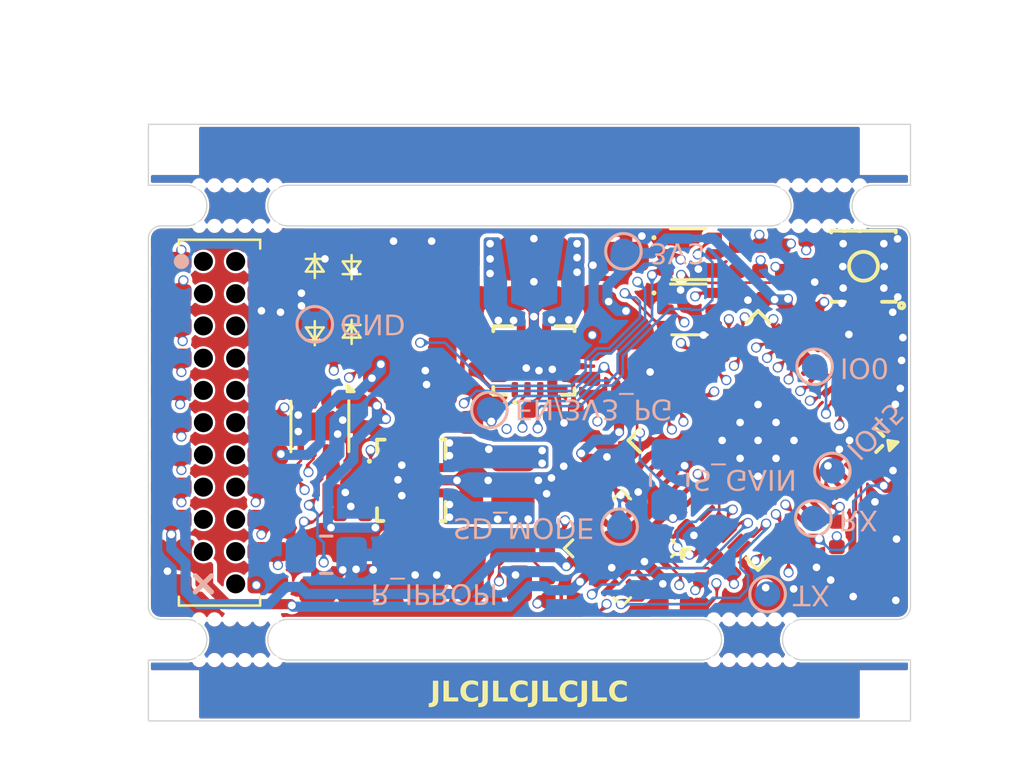
<source format=kicad_pcb>
(kicad_pcb (version 20241229) (generator "pcbnew") (generator_version "9.0")
  (title_block (title "NIMRS-21Pin-Decoder") (date "2025-05-13") (rev "RC2") (company "Kea Studios") (comment 1 "MIT License") (comment 2 "© Chris Dirks 2025") (comment 3 "Designed for JLC04101H-7628 Stackup"))
  (layers (0 "F.Cu" signal) (4 "In1.Cu" power) (6 "In2.Cu" signal) (2 "B.Cu" mixed) (13 "F.Paste" user) (15 "B.Paste" user) (5 "F.SilkS" user "F.Silkscreen") (7 "B.SilkS" user "B.Silkscreen") (1 "F.Mask" user) (3 "B.Mask" user) (25 "Edge.Cuts" user))
  (net 0 "")
  (net 1 "/Track_Left")
  (net 2 "/Track_Right")
  (net 3 "GND")
  (net 18 "Net-(U1-XTAL_P)")
  (net 19 "Net-(U1-XTAL_N)")
  (net 20 "+3V3")
  (net 21 "VCC")
  (net 22 "/LNA_IN")
  (net 23 "/LNA_OUT")
  (net 24 "Net-(U1-U0TXD)")
  (net 25 "/ESP32_TX")
  (net 26 "/IO0")
  (net 27 "/ESP32_RX")
  (net 28 "/Speaker+")
  (net 29 "/Speaker-")
  (net 30 "/AMP_SD_MODE")
  (net 34 "/AMP_DIN")
  (net 35 "/AMP_BCLK")
  (net 37 "/AMP_LRCLK")
  (net 38 "/Motor2")
  (net 39 "/Motor1")
  (net 40 "/MOTOR_1")
  (net 41 "/MOTOR_2")
  (net 42 "/AMP_GAIN")
  (net 43 "/TRACK_LEFT_3V3")
  (net 44 "/TRACK_RIGHT_3V3")
  (net 45 "VMOTOR")
  (net 46 "Net-(U60-VAUX)")
  (net 47 "Net-(U70-VAUX)")
  (net 48 "Net-(U60-L1)")
  (net 49 "Net-(U60-L2)")
  (net 50 "Net-(U70-L1)")
  (net 51 "Net-(U70-L2)")
  (net 52 "Net-(U60-EN)")
  (net 53 "Net-(U60-FB)")
  (net 54 "/VMOTOR_PG")
  (net 55 "Net-(U70-EN)")
  (net 56 "Net-(U70-FB)")
  (net 57 "Net-(C1-Pad1)")
  (net 58 "/3V3_PG{slash}ESP_EN")
  (net 59 "Net-(C8-Pad2)")
  (net 60 "/MOTOR_GAIN_SEL")
  (net 61 "/aux1")
  (net 62 "/INPUT2{slash}AUX8")
  (net 63 "/AUX3")
  (net 64 "/AUX5")
  (net 65 "/rear")
  (net 66 "/aux2")
  (net 67 "/front")
  (net 68 "/AUX4")
  (net 69 "/AUX6")
  (net 70 "/INPUT1{slash}AUX7")
  (net 71 "Net-(Q1A-B1)")
  (net 72 "Net-(Q1B-B2)")
  (net 73 "Net-(Q2B-B2)")
  (net 74 "Net-(Q2A-B1)")
  (net 75 "/AUX1")
  (net 76 "/AUX2")
  (net 77 "/REAR")
  (net 78 "/FRONT")
  (net 79 "/VDD_SPI (OUTPUT)")
  (net 80 "/ZBDTA{slash}D+")
  (net 81 "/ZBCLK{slash}D-")
  (net 82 "/MOTOR_CURRENT")
  (net 85 "Net-(U1-GPIO45)")
  (net 86 "/+V_SENSE_3V3")
  (footprint "PCM_JLCPCB:C_0603" (layer "F.Cu") (at 150.67 100.1 180)
    (property "Reference" "C73" (hide yes))
    (property "Value" "10uF")
  )
  (footprint "Custom_Footprints:QFN-56-1EP_7x7mm_P0.4mm_EP4x4mm_ThermalVias" (layer "F.Cu") (at 158 105.7 -135)
    (property "Reference" "U1" (hide yes))
    (property "Value" "ESP32-S3FN8")
  )
  (footprint "PCM_JLCPCB:C_0402" (layer "F.Cu") (at 161.5 102.45 90)
    (property "Reference" "C1" (hide yes))
    (property "Value" "100nF")
  )
  (footprint "PCM_JLCPCB:C_0805" (layer "F.Cu") (at 145.15 99.5 90)
    (property "Reference" "C70" (hide yes))
    (property "Value" "22uF")
  )
  (footprint "Custom_Footprints:IPEX-SMD_BWIPX-1-001E" (layer "F.Cu") (at 162.15 99.6 90)
    (property "Reference" "J2" (hide yes))
    (property "Value" "U.FL")
  )
  (footprint "PCM_JLCPCB:L_0402" (layer "F.Cu") (at 160.6 100.95 -45)
    (property "Reference" "L2" (hide yes))
    (property "Value" "3.9nH,300mA")
  )
  (footprint "PCM_JLCPCB:R_0402" (layer "F.Cu") (at 141.775 106.9)
    (property "Reference" "R10" (hide yes))
    (property "Value" "2.4kΩ" (hide yes))
  )
  (footprint "PCM_JLCPCB:C_0402" (layer "F.Cu") (at 159.5044 100.1877 45)
    (property "Reference" "C2" (hide yes))
    (property "Value" "100nF")
  )
  (footprint "PCM_JLCPCB:C_1206" (layer "F.Cu") (at 152.8 99.9317 90)
    (property "Reference" "C74" (hide yes))
    (property "Value" "100uF")
  )
  (footprint "Custom_Footprints:D_SOD-323" (layer "F.Cu") (at 142 98.85 90)
    (property "Reference" "D2" (hide yes))
    (property "Value" "B5817WS" (hide yes))
  )
  (footprint "PCM_JLCPCB:R_0402" (layer "F.Cu") (at 152.525 104.3 90)
    (property "Reference" "R73" (hide yes))
    (property "Value" "100kΩ" (hide yes))
  )
  (footprint "Custom_Footprints:SOT-363_SC-70-6" (layer "F.Cu") (at 155.3025 98.365)
    (property "Reference" "Q2" (hide yes))
    (property "Value" "MMDT3904")
  )
  (footprint "PCM_JLCPCB:C_0805" (layer "F.Cu") (at 144.9391 110.65 -90)
    (property "Reference" "C67" (hide yes))
    (property "Value" "22uF")
  )
  (footprint "Custom_Footprints:BD050-22-A-0-0500-L-D" (layer "F.Cu") (at 136.8 105)
    (property "Reference" "J1" (hide yes))
    (property "Value" "21Pin Loco Socket")
  )
  (footprint "PCM_JLCPCB:R_0402" (layer "F.Cu") (at 158.975 98.525 -90)
    (property "Reference" "R12" (hide yes))
    (property "Value" "1kΩ" (hide yes))
  )
  (footprint "PCM_JLCPCB:C_0402" (layer "F.Cu") (at 159.95 110.45 -90)
    (property "Reference" "C9" (hide yes))
    (property "Value" "100nF")
  )
  (footprint "Custom_Footprints:D_SOD-523" (layer "F.Cu") (at 146.65 98.55 90)
    (property "Reference" "D5" (hide yes))
    (property "Value" "BZX584C18")
  )
  (footprint "PCM_JLCPCB:C_0805" (layer "F.Cu") (at 143.6451 99.5195 90)
    (property "Reference" "C71" (hide yes))
    (property "Value" "22uF")
  )
  (footprint "PCM_JLCPCB:Hole_Tooling_JLCPCB" (layer "F.Cu") (at 135 94.25)
    (property "Reference" "H4" (hide yes))
    (property "Value" "~" (hide yes))
  )
  (footprint "PCM_JLCPCB:L_0402" (layer "F.Cu") (at 160.0343 101.5157 -45)
    (property "Reference" "L1" (hide yes))
    (property "Value" "3.9nH,300mA")
  )
  (footprint "PCM_JLCPCB:C_0402" (layer "F.Cu") (at 157.69 100.1546 180)
    (property "Reference" "C4" (hide yes))
    (property "Value" "10uF")
  )
  (footprint "PCM_JLCPCB:C_0402" (layer "F.Cu") (at 141.8309 107.7335 180)
    (property "Reference" "C68" (hide yes))
    (property "Value" "100nF")
  )
  (footprint "PCM_JLCPCB:R_0402" (layer "F.Cu") (at 154.699999 112.1748 180)
    (property "Reference" "R7" (hide yes))
    (property "Value" "20kΩ" (hide yes))
  )
  (footprint "PCM_JLCPCB:Hole_Tooling_JLCPCB" (layer "F.Cu") (at 163 115.75)
    (property "Reference" "H2" (hide yes))
    (property "Value" "~" (hide yes))
  )
  (footprint "PCM_JLCPCB:R_0402" (layer "F.Cu") (at 158.0775 98.525 -90)
    (property "Reference" "R14" (hide yes))
    (property "Value" "1kΩ" (hide yes))
  )
  (footprint "PCM_JLCPCB:C_0402" (layer "F.Cu") (at 151.0731 107.4414 135)
    (property "Reference" "C15" (hide yes))
    (property "Value" "10uF")
  )
  (footprint "PCM_JLCPCB:Part_Num_JLCPCB" (layer "F.Cu") (at 149 115.65)
    (property "Reference" "PN1" (hide yes))
    (property "Value" "~" (hide yes))
  )
  (footprint "PCM_JLCPCB:MouseBites, Cosmetic, JLCPCB, 1.6mm" (layer "F.Cu") (at 134.5 112.75 -90)
    (property "Reference" "REF**" (hide yes))
    (property "Value" "MouseBites, Cosmetic, JLCPCB, 1.6mm" (hide yes))
    (fp_line (start 0 0) (end 0 -1) (stroke (width 0.05)) (layer "Edge.Cuts"))
    (fp_line (start 1.6 0) (end 1.6 -1) (stroke (width 0.05)) (layer "Edge.Cuts"))
    (fp_line (start 0 -6) (end 0 -5) (stroke (width 0.05)) (layer "Edge.Cuts"))
    (fp_line (start 1.6 -6) (end 1.6 -5) (stroke (width 0.05)) (layer "Edge.Cuts"))
    (fp_arc (start 0 -1) (mid 0.8 -1.8) (end 1.6 -1) (stroke (width 0.05)) (layer "Edge.Cuts"))
    (fp_arc (start 1.6 -5) (mid 0.8 -4.2) (end 0 -5) (stroke (width 0.05)) (layer "Edge.Cuts"))
  )
  (footprint "PCM_JLCPCB:C_0402" (layer "F.Cu") (at 150.5907 107.9035 135)
    (property "Reference" "C16" (hide yes))
    (property "Value" "100nF")
  )
  (footprint "PCM_JLCPCB:MouseBites, Cosmetic, JLCPCB, 1.6mm" (layer "F.Cu") (at 140.500001 97.25 90)
    (property "Reference" "REF**" (hide yes))
    (property "Value" "MouseBites, Cosmetic, JLCPCB, 1.6mm" (hide yes))
    (fp_line (start 1.6 -6) (end 1.6 -5) (stroke (width 0.05)) (layer "Edge.Cuts"))
    (fp_line (start 0 -6) (end 0 -5) (stroke (width 0.05)) (layer "Edge.Cuts"))
    (fp_line (start 1.6 0) (end 1.6 -1) (stroke (width 0.05)) (layer "Edge.Cuts"))
    (fp_line (start 0 0) (end 0 -1) (stroke (width 0.05)) (layer "Edge.Cuts"))
    (fp_arc (start 1.6 -5) (mid 0.8 -4.2) (end 0 -5) (stroke (width 0.05)) (layer "Edge.Cuts"))
    (fp_arc (start 0 -1) (mid 0.8 -1.8) (end 1.6 -1) (stroke (width 0.05)) (layer "Edge.Cuts"))
  )
  (footprint "PCM_JLCPCB:MouseBites, Cosmetic, JLCPCB, 1.6mm" (layer "F.Cu") (at 154.7625 112.75 -90)
    (property "Reference" "REF**" (hide yes))
    (property "Value" "MouseBites, Cosmetic, JLCPCB, 1.6mm" (hide yes))
    (fp_line (start 0 0) (end 0 -1) (stroke (width 0.05)) (layer "Edge.Cuts"))
    (fp_line (start 1.6 0) (end 1.6 -1) (stroke (width 0.05)) (layer "Edge.Cuts"))
    (fp_line (start 0 -6) (end 0 -5) (stroke (width 0.05)) (layer "Edge.Cuts"))
    (fp_line (start 1.6 -6) (end 1.6 -5) (stroke (width 0.05)) (layer "Edge.Cuts"))
    (fp_arc (start 0 -1) (mid 0.8 -1.8) (end 1.6 -1) (stroke (width 0.05)) (layer "Edge.Cuts"))
    (fp_arc (start 1.6 -5) (mid 0.8 -4.2) (end 0 -5) (stroke (width 0.05)) (layer "Edge.Cuts"))
  )
  (footprint "PCM_JLCPCB:C_0402" (layer "F.Cu") (at 163.05 104.45 -45)
    (property "Reference" "C12" (hide yes))
    (property "Value" "1.5pF")
  )
  (footprint "PCM_JLCPCB:R_0402" (layer "F.Cu") (at 157.165 98.5311 90)
    (property "Reference" "R15" (hide yes))
    (property "Value" "1kΩ" (hide yes))
  )
  (footprint "PCM_JLCPCB:R_0402" (layer "F.Cu") (at 144.5411 104.9766 180)
    (property "Reference" "R60" (hide yes))
    (property "Value" "10kΩ" (hide yes))
  )
  (footprint "PCM_JLCPCB:L_0402" (layer "F.Cu") (at 162.55 109.2 90)
    (property "Reference" "L3" (hide yes))
    (property "Value" "15nH,300mA")
  )
  (footprint "PCM_JLCPCB:R_0402" (layer "F.Cu") (at 151.475 102.775001 -90)
    (property "Reference" "R71" (hide yes))
    (property "Value" "75kΩ" (hide yes))
  )
  (footprint "PCM_JLCPCB:R_0402" (layer "F.Cu") (at 149.7 110.5943 90)
    (property "Reference" "R8" (hide yes))
    (property "Value" "75kΩ" (hide yes))
  )
  (footprint "Custom_Footprints:RNM0015A" (layer "F.Cu") (at 149.175 102.55 90)
    (property "Reference" "U70" (hide yes))
    (property "Value" "TPS63070")
  )
  (footprint "PCM_JLCPCB:R_0402" (layer "F.Cu") (at 146.9104 102.3931 -90)
    (property "Reference" "R70" (hide yes))
    (property "Value" "10kΩ" (hide yes))
  )
  (footprint "PCM_JLCPCB:L_0402" (layer "F.Cu") (at 163.1 102.55 90)
    (property "Reference" "L5" (hide yes))
    (property "Value" "3.9nH,300mA")
  )
  (footprint "PCM_JLCPCB:C_0402" (layer "F.Cu") (at 162.9583 106.672 45)
    (property "Reference" "C75" (hide yes))
    (property "Value" "10nF")
  )
  (footprint "Custom_Footprints:WSON-8-1EP_2x2mm_P0.5mm_EP0.9x1.6mm" (layer "F.Cu") (at 140.75 105.15 -90)
    (property "Reference" "U4" (hide yes))
    (property "Value" "DRV8213DSGR")
  )
  (footprint "PCM_JLCPCB:R_0402" (layer "F.Cu") (at 143.5504 110.1514 90)
    (property "Reference" "R61" (hide yes))
    (property "Value" "510kΩ" (hide yes))
  )
  (footprint "PCM_JLCPCB:L_0402" (layer "F.Cu") (at 162.55 102.55 90)
    (property "Reference" "L4" (hide yes))
    (property "Value" "3.9nH,300mA")
  )
  (footprint "PCM_JLCPCB:R_0402" (layer "F.Cu") (at 156.628553 110.603553 135)
    (property "Reference" "R4" (hide yes))
    (property "Value" "75kΩ" (hide yes))
  )
  (footprint "PCM_JLCPCB:C_0805" (layer "F.Cu") (at 144.6962 103.5897)
    (property "Reference" "C61" (hide yes))
    (property "Value" "22uF")
  )
  (footprint "PCM_JLCPCB:C_0402" (layer "F.Cu") (at 163.45 108.061201 -90)
    (property "Reference" "C5" (hide yes))
    (property "Value" "1uF")
  )
  (footprint "Custom_Footprints:D_SOD-323" (layer "F.Cu") (at 140.55 101.45 90)
    (property "Reference" "D4" (hide yes))
    (property "Value" "B5817WS" (hide yes))
  )
  (footprint "PCM_JLCPCB:R_0402" (layer "F.Cu") (at 155.525 109.5 135)
    (property "Reference" "R5" (hide yes))
    (property "Value" "20kΩ" (hide yes))
  )
  (footprint "Custom_Footprints:IND-SMD_L2.0-W1.6-B" (layer "F.Cu") (at 148.35 107.27 -90)
    (property "Reference" "L60" (hide yes))
    (property "Value" "1.0uH,4.1A")
  )
  (footprint "PCM_JLCPCB:MouseBites, Cosmetic, JLCPCB, 1.6mm" (layer "F.Cu") (at 163.5 97.25 90)
    (property "Reference" "REF**" (hide yes))
    (property "Value" "MouseBites, Cosmetic, JLCPCB, 1.6mm" (hide yes))
    (fp_line (start 1.6 -6) (end 1.6 -5) (stroke (width 0.05)) (layer "Edge.Cuts"))
    (fp_line (start 0 -6) (end 0 -5) (stroke (width 0.05)) (layer "Edge.Cuts"))
    (fp_line (start 1.6 0) (end 1.6 -1) (stroke (width 0.05)) (layer "Edge.Cuts"))
    (fp_line (start 0 0) (end 0 -1) (stroke (width 0.05)) (layer "Edge.Cuts"))
    (fp_arc (start 1.6 -5) (mid 0.8 -4.2) (end 0 -5) (stroke (width 0.05)) (layer "Edge.Cuts"))
    (fp_arc (start 0 -1) (mid 0.8 -1.8) (end 1.6 -1) (stroke (width 0.05)) (layer "Edge.Cuts"))
  )
  (footprint "PCM_JLCPCB:C_0402" (layer "F.Cu") (at 163 101.2)
    (property "Reference" "C13" (hide yes))
    (property "Value" "1.5pF")
  )
  (footprint "PCM_JLCPCB:Hole_Tooling_JLCPCB" (layer "F.Cu") (at 163 94.25)
    (property "Reference" "H3" (hide yes))
    (property "Value" "~" (hide yes))
  )
  (footprint "PCM_JLCPCB:C_0603" (layer "F.Cu") (at 146.7 105.77 -90)
    (property "Reference" "C62" (hide yes))
    (property "Value" "10uF")
  )
  (footprint "Custom_Footprints:SOT-363_SC-70-6" (layer "F.Cu") (at 155.3025 100.54)
    (property "Reference" "Q1" (hide yes))
    (property "Value" "MMDT3904")
  )
  (footprint "PCM_JLCPCB:C_0805" (layer "F.Cu") (at 144.6802 102.0789)
    (property "Reference" "C60" (hide yes))
    (property "Value" "22uF")
  )
  (footprint "Custom_Footprints:D_SOD-323" (layer "F.Cu") (at 140.55 98.85 -90)
    (property "Reference" "D3" (hide yes))
    (property "Value" "B5817WS" (hide yes))
  )
  (footprint "PCM_JLCPCB:R_0402" (layer "F.Cu") (at 142.0359 108.5739 180)
    (property "Reference" "R62" (hide yes))
    (property "Value" "51kΩ" (hide yes))
  )
  (footprint "PCM_JLCPCB:C_0402" (layer "F.Cu") (at 159.5 111.8)
    (property "Reference" "C10" (hide yes))
    (property "Value" "20pF")
  )
  (footprint "Custom_Footprints:Crystal_SMD_2016-4Pin_2.0x1.6mm" (layer "F.Cu") (at 161.6922 111.35)
    (property "Reference" "X1" (hide yes))
    (property "Value" "40Mhz")
  )
  (footprint "PCM_JLCPCB:C_0402" (layer "F.Cu") (at 142.3005 104.6612 -90)
    (property "Reference" "C17" (hide yes))
    (property "Value" "100nF")
  )
  (footprint "Custom_Footprints:D_SOD-323" (layer "F.Cu") (at 142 101.45 -90)
    (property "Reference" "D1" (hide yes))
    (property "Value" "B5817WS" (hide yes))
  )
  (footprint "PCM_JLCPCB:C_0603" (layer "F.Cu") (at 146.7 108.77 90)
    (property "Reference" "C63" (hide yes))
    (property "Value" "10uF")
  )
  (footprint "Custom_Footprints:TQFN-16-1EP_3x3mm_P0.5mm_EP1.23x1.23mm" (layer "F.Cu") (at 152.65 109.95 -135)
    (property "Reference" "U2" (hide yes))
    (property "Value" "MAX98357A")
  )
  (footprint "Custom_Footprints:IND-SMD_L2.0-W1.6-B" (layer "F.Cu") (at 149.17 98.55)
    (property "Reference" "L70" (hide yes))
    (property "Value" "1.0uH,4.1A")
  )
  (footprint "PCM_JLCPCB:R_0402" (layer "F.Cu") (at 150.825 105 -90)
    (property "Reference" "R72" (hide yes))
    (property "Value" "24kΩ" (hide yes))
  )
  (footprint "PCM_JLCPCB:C_0402" (layer "F.Cu") (at 153.453553 107.378553 -45)
    (property "Reference" "C7" (hide yes))
    (property "Value" "100nF")
  )
  (footprint "PCM_JLCPCB:R_0402" (layer "F.Cu") (at 159.9 98.29 -90)
    (property "Reference" "R13" (hide yes))
    (property "Value" "1kΩ" (hide yes))
  )
  (footprint "PCM_JLCPCB:C_0603" (layer "F.Cu") (at 147.67 100.1)
    (property "Reference" "C72" (hide yes))
    (property "Value" "10uF")
  )
  (footprint "PCM_JLCPCB:C_0402" (layer "F.Cu") (at 154.428553 103.021447 -135)
    (property "Reference" "C11" (hide yes))
    (property "Value" "100nF")
  )
  (footprint "PCM_JLCPCB:R_0402" (layer "F.Cu") (at 151.7665 106.933 -45)
    (property "Reference" "R3" (hide yes))
    (property "Value" "510kΩ" (hide yes))
  )
  (footprint "PCM_JLCPCB:C_0805" (layer "F.Cu") (at 142.162 110.6652 -90)
    (property "Reference" "C65" (hide yes))
    (property "Value" "22uF")
  )
  (footprint "Custom_Footprints:RNM0015A" (layer "F.Cu") (at 144.35 107.27)
    (property "Reference" "U60" (hide yes))
    (property "Value" "TPS63070")
  )
  (footprint "PCM_JLCPCB:C_0805" (layer "F.Cu") (at 147.65 111.35)
    (property "Reference" "C64" (hide yes))
    (property "Value" "22uF")
  )
  (footprint "PCM_JLCPCB:C_0402" (layer "F.Cu") (at 163.3 110.95 90)
    (property "Reference" "C8" (hide yes))
    (property "Value" "20pF")
  )
  (footprint "PCM_JLCPCB:C_0402" (layer "F.Cu") (at 152.285553 106.230153 135)
    (property "Reference" "C6" (hide yes))
    (property "Value" "1uF")
  )
  (footprint "PCM_JLCPCB:R_0402" (layer "F.Cu") (at 150.25 112)
    (property "Reference" "R63" (hide yes))
    (property "Value" "100kΩ" (hide yes))
  )
  (footprint "PCM_JLCPCB:R_0402" (layer "F.Cu") (at 155.75 111.675 -90)
    (property "Reference" "R6" (hide yes))
    (property "Value" "75kΩ" (hide yes))
  )
  (footprint "PCM_JLCPCB:C_0402" (layer "F.Cu") (at 149.5 104.5)
    (property "Reference" "C76" (hide yes))
    (property "Value" "100nF")
  )
  (footprint "PCM_JLCPCB:R_0402" (layer "F.Cu") (at 161.1 109.4 -90)
    (property "Reference" "R1" (hide yes))
    (property "Value" "470Ω" (hide yes))
  )
  (footprint "PCM_JLCPCB:R_0402" (layer "F.Cu") (at 149.9 108.9 90)
    (property "Reference" "R9" (hide yes))
    (property "Value" "20kΩ" (hide yes))
  )
  (footprint "PCM_JLCPCB:Hole_Tooling_JLCPCB" (layer "F.Cu") (at 135 115.75)
    (property "Reference" "H1" (hide yes))
    (property "Value" "~" (hide yes))
  )
  (footprint "PCM_JLCPCB:C_0805" (layer "F.Cu") (at 140.6579 110.6564 -90)
    (property "Reference" "C66" (hide yes))
    (property "Value" "22uF")
  )
  (footprint "Custom_Footprints:TestPoint_Pad_D1.0mm" (layer "B.Cu") (at 147.425 104.5)
    (property "Reference" "TP3" (hide yes))
    (property "Value" "Test Point")
  )
  (footprint "Custom_Footprints:TestPoint_Pad_D1.0mm" (layer "B.Cu") (at 152.55 109.1)
    (property "Reference" "TP8" (hide yes))
    (property "Value" "Test Point")
  )
  (footprint "Resistor_SMD:R_0805_2012Metric_Pad1.20x1.40mm_HandSolder" (layer "B.Cu") (at 154.5 107.25 90)
    (property "Reference" "R2" (hide yes))
    (property "Value" "R")
  )
  (footprint "Custom_Footprints:TestPoint_Pad_D1.0mm" (layer "B.Cu") (at 158.375 111.75)
    (property "Reference" "TP4" (hide yes))
    (property "Value" "Test Point")
  )
  (footprint "Custom_Footprints:TestPoint_Pad_D1.0mm" (layer "B.Cu") (at 152.7 98.25)
    (property "Reference" "TP2" (hide yes))
    (property "Value" "Test Point")
  )
  (footprint "Custom_Footprints:TestPoint_Pad_D1.0mm" (layer "B.Cu") (at 140.55 101.125)
    (property "Reference" "TP6" (hide yes))
    (property "Value" "Test Point")
  )
  (footprint "Resistor_SMD:R_0805_2012Metric_Pad1.20x1.40mm_HandSolder" (layer "B.Cu") (at 141 110.203843)
    (property "Reference" "R11" (hide yes))
    (property "Value" "R")
  )
  (footprint "Custom_Footprints:TestPoint_Pad_D1.0mm" (layer "B.Cu") (at 160.225 102.8)
    (property "Reference" "TP1" (hide yes))
    (property "Value" "Test Point")
  )
  (footprint "Custom_Footprints:TestPoint_Pad_D1.0mm" (layer "B.Cu") (at 160.925 106.9)
    (property "Reference" "TP7" (hide yes))
    (property "Value" "Test Point")
  )
  (footprint "Custom_Footprints:TestPoint_Pad_D1.0mm" (layer "B.Cu") (at 160.175 108.775)
    (property "Reference" "TP5" (hide yes))
    (property "Value" "Test Point")
  )
  (gr_arc (start 134.5 112.75) (mid 134.146447 112.603553) (end 134 112.25) (stroke (width 0.05)) (layer "Edge.Cuts"))
  (gr_line (start 157.500001 97.25) (end 140.500001 97.25) (stroke (width 0.05)) (layer "Edge.Cuts"))
  (gr_line (start 164 116.75) (end 164 114.35) (stroke (width 0.05)) (layer "Edge.Cuts"))
  (gr_line (start 134.5 114.35) (end 134 114.35) (stroke (width 0.05)) (layer "Edge.Cuts"))
  (gr_line (start 134 93.25) (end 134 95.65) (stroke (width 0.05)) (layer "Edge.Cuts"))
  (gr_arc (start 164 112.25) (mid 163.853553 112.603553) (end 163.5 112.75) (stroke (width 0.05)) (layer "Edge.Cuts"))
  (gr_line (start 163.499999 114.35) (end 160.7625 114.35) (stroke (width 0.05)) (layer "Edge.Cuts"))
  (gr_line (start 164 114.35) (end 163.499999 114.35) (stroke (width 0.05)) (layer "Edge.Cuts"))
  (gr_line (start 140.5 112.75) (end 154.7625 112.75) (stroke (width 0.05)) (layer "Edge.Cuts"))
  (gr_line (start 160.7625 112.75) (end 163.5 112.75) (stroke (width 0.05)) (layer "Edge.Cuts"))
  (gr_line (start 134 116.75) (end 164 116.75) (stroke (width 0.05)) (layer "Edge.Cuts"))
  (gr_line (start 154.7625 114.35) (end 140.5 114.35) (stroke (width 0.05)) (layer "Edge.Cuts"))
  (gr_arc (start 163.5 97.25) (mid 163.853553 97.396447) (end 164 97.75) (stroke (width 0.05)) (layer "Edge.Cuts"))
  (gr_arc (start 134 97.75) (mid 134.146447 97.396447) (end 134.5 97.25) (stroke (width 0.05)) (layer "Edge.Cuts"))
  (gr_line (start 164 97.75) (end 164 112.25) (stroke (width 0.05)) (layer "Edge.Cuts"))
  (gr_line (start 164 95.65) (end 164 93.25) (stroke (width 0.05)) (layer "Edge.Cuts"))
  (gr_line (start 134 95.65) (end 134.500001 95.65) (stroke (width 0.05)) (layer "Edge.Cuts"))
  (gr_line (start 164 93.25) (end 134 93.25) (stroke (width 0.05)) (layer "Edge.Cuts"))
  (gr_line (start 134 114.35) (end 134 116.75) (stroke (width 0.05)) (layer "Edge.Cuts"))
  (gr_line (start 134 112.25) (end 134 97.75) (stroke (width 0.05)) (layer "Edge.Cuts"))
  (gr_line (start 140.500001 95.65) (end 157.5 95.65) (stroke (width 0.05)) (layer "Edge.Cuts"))
  (gr_line (start 163.5 95.65) (end 164 95.65) (stroke (width 0.05)) (layer "Edge.Cuts"))
  (gr_text "S_GAIN" (at 155.45 107.2 180) (layer "B.SilkS") (effects (font (size 0.8 0.8) (thickness 0.1)) (justify left mirror)))
  (gr_text "EN/3V3_PG" (at 148.425 104.425 180) (layer "B.SilkS") (effects (font (size 0.8 0.8) (thickness 0.1)) (justify left mirror)))
  (gr_text "IO45" (at 161.65 106.225 225) (layer "B.SilkS") (effects (font (size 0.8 0.8) (thickness 0.1)) (justify left mirror)))
  (gr_text "IO0" (at 161.225 102.8 180) (layer "B.SilkS") (effects (font (size 0.8 0.8) (thickness 0.1)) (justify left mirror)))
  (gr_text "TX" (at 159.375 111.75 180) (layer "B.SilkS") (effects (font (size 0.8 0.8) (thickness 0.1)) (justify left mirror)))
  (gr_text "SD_MODE" (at 151.55 109.1 180) (layer "B.SilkS") (effects (font (size 0.8 0.8) (thickness 0.1)) (justify right mirror)))
  (gr_text "3V3" (at 153.725 98.275 180) (layer "B.SilkS") (effects (font (size 0.8 0.8) (thickness 0.1)) (justify left mirror)))
  (gr_text "RX" (at 161.175 108.8 180) (layer "B.SilkS") (effects (font (size 0.8 0.8) (thickness 0.1)) (justify left mirror)))
  (gr_text "GND" (at 141.55 101.075 180) (layer "B.SilkS") (effects (font (size 0.8 0.8) (thickness 0.1)) (justify left mirror)))
  (gr_text "R_IPROPI" (at 142.75 111.7 180) (layer "B.SilkS") (effects (font (size 0.8 0.8) (thickness 0.1)) (justify left mirror)))
  (segment (start 141.275 102.5) (end 142 102.5) (width 0.4) (layer "F.Cu") (net 1))
  (segment (start 157.017273 111.35) (end 157.05 111.35) (width 0.1) (layer "F.Cu") (net 1))
  (segment (start 142 102.5) (end 142 102.6) (width 0.3) (layer "F.Cu") (net 1))
  (segment (start 141.3 102.95) (end 141.3 102.5) (width 0.3) (layer "F.Cu") (net 1))
  (segment (start 156.982106 110.957106) (end 156.982106 111.314833) (width 0.1) (layer "F.Cu") (net 1))
  (segment (start 141.075 100.762894) (end 141.075 102.5) (width 0.4) (layer "F.Cu") (net 1))
  (segment (start 140.756894 99.219) (end 141.076 99.538106) (width 0.4) (layer "F.Cu") (net 1))
  (segment (start 140.55 102.6) (end 140.55 102.5) (width 0.3) (layer "F.Cu") (net 1))
  (segment (start 140.55 102.6) (end 140.55 102.5) (width 0.3) (layer "F.Cu") (net 1))
  (segment (start 139.03 99.92) (end 139.731 99.219) (width 0.4) (layer "F.Cu") (net 1))
  (segment (start 141.275 102.5) (end 140.55 102.5) (width 0.4) (layer "F.Cu") (net 1))
  (segment (start 142 102.5) (end 141.3 102.5) (width 0.1) (layer "F.Cu") (net 1))
  (segment (start 142 102.5) (end 142 102.6) (width 0.3) (layer "F.Cu") (net 1))
  (segment (start 139.731 99.219) (end 140.756894 99.219) (width 0.4) (layer "F.Cu") (net 1))
  (segment (start 156.982106 111.314833) (end 157.017273 111.35) (width 0.1) (layer "F.Cu") (net 1))
  (segment (start 141.076 100.761894) (end 141.075 100.762894) (width 0.4) (layer "F.Cu") (net 1))
  (segment (start 141.076 99.538106) (end 141.076 100.761894) (width 0.4) (layer "F.Cu") (net 1))
  (segment (start 141.075 102.5) (end 141.275 102.5) (width 0.4) (layer "F.Cu") (net 1))
  (segment (start 138.7 99.92) (end 139.03 99.92) (width 0.4) (layer "F.Cu") (net 1))
  (via (at 157.05 111.35) (size 0.4) (drill 0.3) (layers "F.Cu" "B.Cu") (net 1))
  (via (at 141.3 102.95) (size 0.4) (drill 0.3) (layers "F.Cu" "B.Cu") (net 1))
  (segment (start 155.75 111.455) (end 155.607557 111.597443) (width 0.1) (layer "F.Cu") (net 2))
  (segment (start 141.55 101.75) (end 141.849 102.049) (width 0.1) (layer "F.Cu") (net 2))
  (segment (start 142.376 102.200238) (end 142.376 102.799762) (width 0.1) (layer "F.Cu") (net 2))
  (segment (start 140 97.8) (end 140.55 97.8) (width 0.4) (layer "F.Cu") (net 2))
  (segment (start 142.376 102.799762) (end 141.950762 103.225) (width 0.1) (layer "F.Cu") (net 2))
  (segment (start 141.55 97.9) (end 141.55 101.75) (width 0.1) (layer "F.Cu") (net 2))
  (segment (start 155.75 111.175001) (end 155.75 111.455) (width 0.1) (layer "F.Cu") (net 2))
  (segment (start 139.081 98.719) (end 140 97.8) (width 0.4) (layer "F.Cu") (net 2))
  (segment (start 142.224762 102.049) (end 142.376 102.200238) (width 0.1) (layer "F.Cu") (net 2))
  (segment (start 141.849 102.049) (end 142.224762 102.049) (width 0.1) (layer "F.Cu") (net 2))
  (segment (start 138.769 98.719) (end 139.081 98.719) (width 0.4) (layer "F.Cu") (net 2))
  (segment (start 141.950762 103.225) (end 141.9 103.225) (width 0.1) (layer "F.Cu") (net 2))
  (segment (start 138.7 98.65) (end 138.769 98.719) (width 0.4) (layer "F.Cu") (net 2))
  (segment (start 141.45 97.8) (end 142 97.8) (width 0.4) (layer "F.Cu") (net 2))
  (segment (start 140.55 97.8) (end 141.45 97.8) (width 0.4) (layer "F.Cu") (net 2))
  (segment (start 141.45 97.8) (end 141.55 97.9) (width 0.1) (layer "F.Cu") (net 2))
  (segment (start 155.607557 111.597443) (end 155.528 111.597443) (width 0.1) (layer "F.Cu") (net 2))
  (via (at 141.9 103.225) (size 0.4) (drill 0.3) (layers "F.Cu" "B.Cu") (net 2))
  (via (at 155.528 111.597443) (size 0.4) (drill 0.3) (layers "F.Cu" "B.Cu") (net 2))
  (segment (start 150.577926 107.087847) (end 150.606676 107.059097) (width 0.4) (layer "F.Cu") (net 3))
  (segment (start 153.807106 107.732106) (end 153.282106 107.732106) (width 0.4) (layer "F.Cu") (net 3))
  (segment (start 139.9 105.35) (end 140.55 105.35) (width 0.4) (layer "F.Cu") (net 3))
  (segment (start 146.7 106.725) (end 146.15 107.275) (width 0.4) (layer "F.Cu") (net 3))
  (segment (start 149.65 100.1) (end 149.89 100.1) (width 0.4) (layer "F.Cu") (net 3))
  (segment (start 146.7 107.99) (end 146.7 107.825) (width 0.4) (layer "F.Cu") (net 3))
  (segment (start 149.175 100.575) (end 149.65 100.1) (width 0.4) (layer "F.Cu") (net 3))
  (segment (start 143.975 107.875) (end 144.124999 108.024999) (width 0.3) (layer "F.Cu") (net 3))
  (segment (start 157.190001 100.1546) (end 157.5796 100.1546) (width 0.4) (layer "F.Cu") (net 3))
  (segment (start 148.525 100.1) (end 149.175 99.45) (width 0.4) (layer "F.Cu") (net 3))
  (segment (start 155.266188 109.266188) (end 155.438515 109.438515) (width 0.4) (layer "F.Cu") (net 3))
  (segment (start 146.7 106.55) (end 146.7 106.6) (width 0.4) (layer "F.Cu") (net 3))
  (segment (start 143.633 106.177999) (end 143.633 105.87) (width 0.3) (layer "F.Cu") (net 3))
  (segment (start 150.825 105.499999) (end 150.825 105.475002) (width 0.4) (layer "F.Cu") (net 3))
  (segment (start 144.95 107.27) (end 146.145 107.27) (width 0.4) (layer "F.Cu") (net 3))
  (segment (start 143.6451 97.8549) (end 143.65 97.85) (width 0.4) (layer "F.Cu") (net 3))
  (segment (start 155.438515 109.438515) (end 155.473348 109.438515) (width 0.4) (layer "F.Cu") (net 3))
  (segment (start 156.2525 99.015) (end 155.79 99.015) (width 0.2) (layer "F.Cu") (net 3))
  (segment (start 144.5 111) (end 144.5 111.160899) (width 0.4) (layer "F.Cu") (net 3))
  (segment (start 141.968084 108.299304) (end 141.95 108.317388) (width 0.4) (layer "F.Cu") (net 3))
  (segment (start 146.7 107.825) (end 146.15 107.275) (width 0.4) (layer "F.Cu") (net 3))
  (segment (start 145.35 111) (end 145.35 111.189099) (width 0.4) (layer "F.Cu") (net 3))
  (segment (start 149.925 103.7) (end 149.925 104.575) (width 0.4) (layer "F.Cu") (net 3))
  (segment (start 155.8925 101.55) (end 155.85 101.55) (width 0.2) (layer "F.Cu") (net 3))
  (segment (start 142.825 110.775) (end 142.85 110.8) (width 0.4) (layer "F.Cu") (net 3))
  (segment (start 155.266188 109.241188) (end 155.266188 109.266188) (width 0.4) (layer "F.Cu") (net 3))
  (segment (start 152.0114 105.956) (end 152.944 105.956) (width 0.2) (layer "F.Cu") (net 3))
  (segment (start 145.35 111.189099) (end 144.9391 111.599999) (width 0.4) (layer "F.Cu") (net 3))
  (segment (start 154.3525 97.715) (end 153.49 97.715) (width 0.2) (layer "F.Cu") (net 3))
  (segment (start 161.35 97.95) (end 160.815 97.95) (width 0.4) (layer "F.Cu") (net 3))
  (segment (start 152.65 110.303554) (end 152.65 109.95) (width 0.3) (layer "F.Cu") (net 3))
  (segment (start 151.932 105.8766) (end 152.0114 105.956) (width 0.2) (layer "F.Cu") (net 3))
  (segment (start 141.330901 107.7335) (end 141.734399 107.7335) (width 0.4) (layer "F.Cu") (net 3))
  (segment (start 154.075 103.375) (end 154.075 103.33) (width 0.4) (layer "F.Cu") (net 3))
  (segment (start 138.45 100.595) (end 138.45 100.85) (width 0.4) (layer "F.Cu") (net 3))
  (segment (start 144.95 107.27) (end 143.845003 107.269993) (width 0.4) (layer "F.Cu") (net 3))
  (segment (start 142.162 110.788) (end 142.175 110.775) (width 0.4) (layer "F.Cu") (net 3))
  (segment (start 143.975 106.519999) (end 143.633 106.177999) (width 0.3) (layer "F.Cu") (net 3))
  (segment (start 147.375 107.275) (end 149.35 107.275) (width 0.4) (layer "F.Cu") (net 3))
  (segment (start 159.250001 111.55) (end 159.006 111.794001) (width 0.3) (layer "F.Cu") (net 3))
  (segment (start 148.566899 111.3499) (end 148.599899 111.3499) (width 0.4) (layer "F.Cu") (net 3))
  (segment (start 142.661199 105.161199) (end 142.8 105.3) (width 0.4) (layer "F.Cu") (net 3))
  (segment (start 143.6451 98.569501) (end 143.6451 97.8549) (width 0.4) (layer "F.Cu") (net 3))
  (segment (start 153.843244 110.78969) (end 153.843243 110.789689) (width 0.4) (layer "F.Cu") (net 3))
  (segment (start 142.162 111.488) (end 142.525 111.125) (width 0.4) (layer "F.Cu") (net 3))
  (segment (start 140.6579 111.606399) (end 140.843601 111.606399) (width 0.4) (layer "F.Cu") (net 3))
  (segment (start 149.175 101.95) (end 149.175 100.825) (width 0.4) (layer "F.Cu") (net 3))
  (segment (start 150.025002 102.775) (end 149.900001 102.900001) (width 0.2) (layer "F.Cu") (net 3))
  (segment (start 160.050001 110.949999) (end 160.3 110.7) (width 0.4) (layer "F.Cu") (net 3))
  (segment (start 143.83 108.02) (end 143.975 107.875) (width 0.3) (layer "F.Cu") (net 3))
  (segment (start 157.5796 100.1546) (end 157.6 100.175) (width 0.4) (layer "F.Cu") (net 3))
  (segment (start 154.100001 112.1748) (end 154.251777 112.023024) (width 0.15) (layer "F.Cu") (net 3))
  (segment (start 159.857953 99.834147) (end 160.229184 99.462916) (width 0.4) (layer "F.Cu") (net 3))
  (segment (start 161.112916 99.462916) (end 160.229184 99.462916) (width 0.4) (layer "F.Cu") (net 3))
  (segment (start 142.162 111.615199) (end 142.162 111.488) (width 0.4) (layer "F.Cu") (net 3))
  (segment (start 161.575 102.050001) (end 161.575 101.525001) (width 0.4) (layer "F.Cu") (net 3))
  (segment (start 153.003554 109.95) (end 153.526777 110.473223) (width 0.4) (layer "F.Cu") (net 3))
  (segment (start 140.775 105) (end 140.75 105.025) (width 0.3) (layer "F.Cu") (net 3))
  (segment (start 139.2 100.65) (end 138.7 101.15) (width 0.4) (layer "F.Cu") (net 3))
  (segment (start 148.499999 102.85) (end 148.875 102.85) (width 0.2) (layer "F.Cu") (net 3))
  (segment (start 150.725 105.549999) (end 150.775 105.549999) (width 0.4) (layer "F.Cu") (net 3))
  (segment (start 149.89 100.1) (end 149.825 100.1) (width 0.4) (layer "F.Cu") (net 3))
  (segment (start 149.925 104.575) (end 150.360265 105.010267) (width 0.4) (layer "F.Cu") (net 3))
  (segment (start 163.325 101.025) (end 163.499999 101.025) (width 0.4) (layer "F.Cu") (net 3))
  (segment (start 146.7 106.55) (end 146.7 106.725) (width 0.4) (layer "F.Cu") (net 3))
  (segment (start 140.75 105.15) (end 140.35 105.15) (width 0.3) (layer "F.Cu") (net 3))
  (segment (start 143.975 106.675) (end 143.975 106.519999) (width 0.3) (layer "F.Cu") (net 3))
  (segment (start 149.899999 103.8) (end 149.900001 102.900001) (width 0.4) (layer "F.Cu") (net 3))
  (segment (start 161.335 98.85) (end 160.8 98.85) (width 0.4) (layer "F.Cu") (net 3))
  (segment (start 149.7846 108.400001) (end 149.7846 107.9096) (width 0.4) (layer "F.Cu") (net 3))
  (segment (start 141.750899 107.75) (end 141.750899 107.361651) (width 0.4) (layer "F.Cu") (net 3))
  (segment (start 149.825 100.1) (end 149.175 99.45) (width 0.4) (layer "F.Cu") (net 3))
  (segment (start 142.525 111.125) (end 142.85 110.8) (width 0.4) (layer "F.Cu") (net 3))
  (segment (start 160.229184 99.462916) (end 160.229184 99.420816) (width 0.4) (layer "F.Cu") (net 3))
  (segment (start 140.55 99.9) (end 140.025 99.9) (width 0.4) (layer "F.Cu") (net 3))
  (segment (start 142.05 106.6) (end 142.05 106.2) (width 0.4) (layer "F.Cu") (net 3))
  (segment (start 141.95 108.455899) (end 141.910899 108.495) (width 0.4) (layer "F.Cu") (net 3))
  (segment (start 149.7846 107.9096) (end 149.675 107.8) (width 0.4) (layer "F.Cu") (net 3))
  (segment (start 153.807106 108.254079) (end 153.807106 107.732106) (width 0.3) (layer "F.Cu") (net 3))
  (segment (start 150.606676 106.974976) (end 150.348316 106.716616) (width 0.4) (layer "F.Cu") (net 3))
  (segment (start 146.7 106.55) (end 146.7 107.99) (width 0.4) (layer "F.Cu") (net 3))
  (segment (start 152.65 109.95) (end 153.003554 109.95) (width 0.4) (layer "F.Cu") (net 3))
  (segment (start 152.4983 98.4517) (end 152.15 98.8) (width 0.4) (layer "F.Cu") (net 3))
  (segment (start 163.5 97.771258) (end 163.489371 97.760629) (width 0.4) (layer "F.Cu") (net 3))
  (segment (start 142.162 111.615199) (end 142.162 110.788) (width 0.4) (layer "F.Cu") (net 3))
  (segment (start 153.526777 110.473223) (end 153.843244 110.78969) (width 0.4) (layer "F.Cu") (net 3))
  (segment (start 163.4217 112) (end 163.4217 111.699999) (width 0.4) (layer "F.Cu") (net 3))
  (segment (start 140.75 105.025) (end 140.75 105.15) (width 0.3) (layer "F.Cu") (net 3))
  (segment (start 163.45 109.061199) (end 163.45 109.586199) (width 0.4) (layer "F.Cu") (net 3))
  (segment (start 162.95 97.95) (end 163.485 97.95) (width 0.4) (layer "F.Cu") (net 3))
  (segment (start 144.9 102.809099) (end 145.630199 102.0789) (width 0.4) (layer "F.Cu") (net 3))
  (segment (start 149.175 100.575) (end 148.7 100.1) (width 0.4) (layer "F.Cu") (net 3))
  (segment (start 142.175 110.775) (end 142.825 110.775) (width 0.4) (layer "F.Cu") (net 3))
  (segment (start 163.403553 104.803553) (end 163.403553 104.278553) (width 0.4) (layer "F.Cu") (net 3))
  (segment (start 150.575 102.775) (end 150.025002 102.775) (width 0.2) (layer "F.Cu") (net 3))
  (segment (start 138.7 101.15) (end 138.7 101.19) (width 0.4) (layer "F.Cu") (net 3))
  (segment (start 152.239277 110.820658) (end 152.239277 110.714277) (width 0.4) (layer "F.Cu") (net 3))
  (segment (start 162.95 99.7) (end 163.435 99.7) (width 0.4) (layer "F.Cu") (net 3))
  (segment (start 160.229184 99.420816) (end 160.8 98.85) (width 0.4) (layer "F.Cu") (net 3))
  (segment (start 142.3005 105.161199) (end 140.588801 105.161199) (width 0.3) (layer "F.Cu") (net 3))
  (segment (start 148.45 100.1) (end 149.89 100.1) (width 0.4) (layer "F.Cu") (net 3))
  (segment (start 159.006 111.794001) (end 159.006 111.8) (width 0.3) (layer "F.Cu") (net 3))
  (segment (start 148.45 100.1) (end 148.525 100.1) (width 0.4) (layer "F.Cu") (net 3))
  (segment (start 163.5 100.05) (end 163.5 98.85) (width 0.4) (layer "F.Cu") (net 3))
  (segment (start 143.825 107.25) (end 143.845003 107.269993) (width 0.4) (layer "F.Cu") (net 3))
  (segment (start 146.145 107.27) (end 146.15 107.275) (width 0.4) (layer "F.Cu") (net 3))
  (segment (start 141.734399 107.7335) (end 141.750899 107.75) (width 0.4) (layer "F.Cu") (net 3))
  (segment (start 146.7 107.99) (end 146.7 107.95) (width 0.4) (layer "F.Cu") (net 3))
  (segment (start 161.35 99.7) (end 161.112916 99.462916) (width 0.4) (layer "F.Cu") (net 3))
  (segment (start 150.775 105.549999) (end 150.825 105.499999) (width 0.4) (layer "F.Cu") (net 3))
  (segment (start 138.45 100.85) (end 138.7 101.1) (width 0.4) (layer "F.Cu") (net 3))
  (segment (start 142.175 110.775) (end 142.525 111.125) (width 0.4) (layer "F.Cu") (net 3))
  (segment (start 154.3525 99.89) (end 154.815 99.89) (width 0.2) (layer "F.Cu") (net 3))
  (segment (start 153.719 108.342185) (end 153.807106 108.254079) (width 0.3) (layer "F.Cu") (net 3))
  (segment (start 159.95 110.949999) (end 160.050001 110.949999) (width 0.4) (layer "F.Cu") (net 3))
  (segment (start 143.2 108.02) (end 143.83 108.02) (width 0.3) (layer "F.Cu") (net 3))
  (segment (start 138.7 101.1) (end 138.7 101.19) (width 0.4) (layer "F.Cu") (net 3))
  (segment (start 144.9 102.95) (end 144.9 102.809099) (width 0.4) (layer "F.Cu") (net 3))
  (segment (start 152.15 98.8) (end 151.5 98.8) (width 0.4) (layer "F.Cu") (net 3))
  (segment (start 159.4 111.55) (end 159.250001 111.55) (width 0.3) (layer "F.Cu") (net 3))
  (segment (start 152.05 105.9946) (end 152.05 106.35) (width 0.4) (layer "F.Cu") (net 3))
  (segment (start 151.863501 111.196434) (end 152.239277 110.820658) (width 0.4) (layer "F.Cu") (net 3))
  (segment (start 147.775 103.275) (end 148.074999 103.275) (width 0.2) (layer "F.Cu") (net 3))
  (segment (start 145.2603 103.5897) (end 145.646199 103.5897) (width 0.4) (layer "F.Cu") (net 3))
  (segment (start 152.239277 110.714277) (end 152.65 110.303554) (width 0.4) (layer "F.Cu") (net 3))
  (segment (start 152.774 98.4517) (end 152.4983 98.4517) (width 0.4) (layer "F.Cu") (net 3))
  (segment (start 150.237147 107.549947) (end 149.865916 107.178716) (width 0.4) (layer "F.Cu") (net 3))
  (segment (start 153.719 108.527446) (end 153.719 108.342185) (width 0.3) (layer "F.Cu") (net 3))
  (segment (start 140.55 105.35) (end 140.75 105.15) (width 0.4) (layer "F.Cu") (net 3))
  (segment (start 144.95 103.5) (end 145.1706 103.5) (width 0.4) (layer "F.Cu") (net 3))
  (segment (start 140.843601 111.606399) (end 141.65 110.8) (width 0.4) (layer "F.Cu") (net 3))
  (segment (start 148.7 100.1) (end 148.45 100.1) (width 0.4) (layer "F.Cu") (net 3))
  (segment (start 163.311853 106.886853) (end 163.311853 106.318447) (width 0.4) (layer "F.Cu") (net 3))
  (segment (start 150.825 105.475002) (end 150.360265 105.010267) (width 0.4) (layer "F.Cu") (net 3))
  (segment (start 145.15 97.85) (end 145.15 98.550001) (width 0.4) (layer "F.Cu") (net 3))
  (segment (start 141.750899 107.361651) (end 142.21255 106.9) (width 0.4) (layer "F.Cu") (net 3))
  (segment (start 153.49 97.715) (end 153.425 97.65) (width 0.2) (layer "F.Cu") (net 3))
  (segment (start 160.85 111.191202) (end 160.858798 111.2) (width 0.4) (layer "F.Cu") (net 3))
  (segment (start 150.606676 107.059097) (end 150.606676 106.974976) (width 0.4) (layer "F.Cu") (net 3))
  (segment (start 149.175 100.825) (end 149.175 100.575) (width 0.4) (layer "F.Cu") (net 3))
  (segment (start 142.35 106.9) (end 142.05 106.6) (width 0.4) (layer "F.Cu") (net 3))
  (segment (start 163.3 100.65) (end 163.3 101) (width 0.4) (layer "F.Cu") (net 3))
  (segment (start 153.843243 110.789689) (end 154.2 111.146446) (width 0.4) (layer "F.Cu") (net 3))
  (segment (start 134.75 110.85) (end 134.75 111.2) (width 0.4) (layer "F.Cu") (net 3))
  (segment (start 153.489689 108.756757) (end 153.719 108.527446) (width 0.3) (layer "F.Cu") (net 3))
  (segment (start 163.5 98.85) (end 163.5 97.771258) (width 0.4) (layer "F.Cu") (net 3))
  (segment (start 141.95 108.317388) (end 141.95 108.455899) (width 0.4) (layer "F.Cu") (net 3))
  (segment (start 162.965 98.85) (end 163.5 98.85) (width 0.4) (layer "F.Cu") (net 3))
  (segment (start 151.863501 111.196434) (end 151.863502 111.196433) (width 0.4) (layer "F.Cu") (net 3))
  (segment (start 134.75 111.2) (end 134.9 111.35) (width 0.4) (layer "F.Cu") (net 3))
  (segment (start 146.7 107.95) (end 147.375 107.275) (width 0.4) (layer "F.Cu") (net 3))
  (segment (start 142.3005 105.161199) (end 142.661199 105.161199) (width 0.4) (layer "F.Cu") (net 3))
  (segment (start 148.074999 103.275) (end 148.499999 102.85) (width 0.2) (layer "F.Cu") (net 3))
  (segment (start 156.2525 101.19) (end 155.8925 101.55) (width 0.2) (layer "F.Cu") (net 3))
  (segment (start 154.075 103.33) (end 153.75 103.005) (width 0.4) (layer "F.Cu") (net 3))
  (segment (start 141.910899 108.495) (end 141.535901 108.495) (width 0.4) (layer "F.Cu") (net 3))
  (segment (start 140.55 100.4) (end 140.025 100.4) (width 0.4) (layer "F.Cu") (net 3))
  (segment (start 145.1706 103.5) (end 145.2603 103.5897) (width 0.4) (layer "F.Cu") (net 3))
  (segment (start 148.599899 111.3499) (end 148.599999 111.35) (width 0.4) (layer "F.Cu") (net 3))
  (segment (start 163.3 101) (end 163.325 101.025) (width 0.4) (layer "F.Cu") (net 3))
  (segment (start 144.124999 108.024999) (end 144.124999 108.67) (width 0.3) (layer "F.Cu") (net 3))
  (segment (start 146.7 106.6) (end 147.375 107.275) (width 0.4) (layer "F.Cu") (net 3))
  (segment (start 144.5 111.160899) (end 144.9391 111.599999) (width 0.4) (layer "F.Cu") (net 3))
  (segment (start 154.2 111.146446) (end 154.2 112.1748) (width 0.4) (layer "F.Cu") (net 3))
  (segment (start 151.932 105.8766) (end 152.05 105.9946) (width 0.4) (layer "F.Cu") (net 3))
  (segment (start 142.21255 106.9) (end 142.275 106.9) (width 0.4) (layer "F.Cu") (net 3))
  (segment (start 146.15 107.275) (end 147.375 107.275) (width 0.4) (layer "F.Cu") (net 3))
  (segment (start 160.85 110.9422) (end 160.85 111.191202) (width 0.4) (layer "F.Cu") (net 3))
  (segment (start 160.9922 110.8) (end 160.85 110.9422) (width 0.4) (layer "F.Cu") (net 3))
  (segment (start 162.3922 111.8499) (end 161.744459 111.8499) (width 0.4) (layer "F.Cu") (net 3))
  (segment (start 140.35 105.15) (end 139.923684 104.723684) (width 0.4) (layer "F.Cu") (net 3))
  (segment (start 140.588801 105.161199) (end 140.3 105.45) (width 0.3) (layer "F.Cu") (net 3))
  (segment (start 161.744459 111.8499) (end 161.744458 111.849899) (width 0.4) (layer "F.Cu") (net 3))
  (via (at 141.750899 107.75) (size 0.4) (drill 0.3) (layers "F.Cu" "B.Cu") (net 3))
  (via (at 155.85 101.55) (size 0.4) (drill 0.3) (layers "F.Cu" "B.Cu") (net 3))
  (via (at 141.45 105.45) (size 0.4) (drill 0.3) (layers "F.Cu" "B.Cu") (net 3))
  (via (at 148.875 102.85) (size 0.4) (drill 0.3) (layers "F.Cu" "B.Cu") (net 3))
  (via (at 150.360265 105.010267) (size 0.4) (drill 0.3) (layers "F.Cu" "B.Cu") (net 3))
  (via (at 149.175 99.45) (size 0.4) (drill 0.3) (layers "F.Cu" "B.Cu") (net 3))
  (via (at 140.025 99.9) (size 0.4) (drill 0.3) (layers "F.Cu" "B.Cu") (net 3))
  (via (at 163.45 109.586199) (size 0.4) (drill 0.3) (layers "F.Cu" "B.Cu") (net 3))
  (via (at 161.3 100.3) (size 0.4) (drill 0.3) (layers "F.Cu" "B.Cu") (net 3))
  (via (at 139.2 100.65) (size 0.4) (drill 0.3) (layers "F.Cu" "B.Cu") (net 3))
  (via (at 161.744458 111.849899) (size 0.4) (drill 0.3) (layers "F.Cu" "B.Cu") (net 3))
  (via (at 163.6 103.65) (size 0.4) (drill 0.3) (layers "F.Cu" "B.Cu") (net 3))
  (via (at 145.15 97.85) (size 0.4) (drill 0.3) (layers "F.Cu" "B.Cu") (net 3))
  (via (at 149.175 100.825) (size 0.4) (drill 0.3) (layers "F.Cu" "B.Cu") (net 3))
  (via (at 163.3 100.65) (size 0.4) (drill 0.3) (layers "F.Cu" "B.Cu") (net 3))
  (via (at 149.900001 102.900001) (size 0.4) (drill 0.3) (layers "F.Cu" "B.Cu") (net 3))
  (via (at 163.311853 106.886853) (size 0.4) (drill 0.3) (layers "F.Cu" "B.Cu") (net 3))
  (via (at 161.2 106.05) (size 0.4) (drill 0.3) (layers "F.Cu" "B.Cu") (net 3))
  (via (at 152.239277 110.714277) (size 0.4) (drill 0.3) (layers "F.Cu" "B.Cu") (net 3))
  (via (at 163.489371 97.760629) (size 0.4) (drill 0.3) (layers "F.Cu" "B.Cu") (net 3))
  (via (at 141.65 104.9) (size 0.4) (drill 0.3) (layers "F.Cu" "B.Cu") (net 3))
  (via (at 134.75 110.85) (size 0.4) (drill 0.3) (layers "F.Cu" "B.Cu") (net 3))
  (via (at 140.025 100.4) (size 0.4) (drill 0.3) (layers "F.Cu" "B.Cu") (net 3))
  (via (at 149.35 107.275) (size 0.4) (drill 0.3) (layers "F.Cu" "B.Cu") (net 3))
  (via (at 152.05 106.35) (size 0.4) (drill 0.3) (layers "F.Cu" "B.Cu") (net 3))
  (via (at 153.282106 107.732106) (size 0.4) (drill 0.3) (layers "F.Cu" "B.Cu") (net 3))
  (via (at 143.975 107.875) (size 0.4) (drill 0.3) (layers "F.Cu" "B.Cu") (net 3))
  (via (at 143.825 107.25) (size 0.4) (drill 0.3) (layers "F.Cu" "B.Cu") (net 3))
  (via (at 142.1 99.05) (size 0.4) (drill 0.3) (layers "F.Cu" "B.Cu") (net 3))
  (via (at 140.95 98.55) (size 0.4) (drill 0.3) (layers "F.Cu" "B.Cu") (net 3))
  (via (at 143.975 106.675) (size 0.4) (drill 0.3) (layers "F.Cu" "B.Cu") (net 3))
  (via (at 148.45 111) (size 0.4) (drill 0.3) (layers "F.Cu" "B.Cu") (net 3))
  (via (at 149.865916 107.178716) (size 0.4) (drill 0.3) (layers "F.Cu" "B.Cu") (net 3))
  (via (at 155.105845 106.694942) (size 0.4) (drill 0.3) (layers "F.Cu" "B.Cu") (net 3))
  (via (at 153.425 97.65) (size 0.4) (drill 0.3) (layers "F.Cu" "B.Cu") (net 3))
  (via (at 153.75 103.005) (size 0.4) (drill 0.3) (layers "F.Cu" "B.Cu") (net 3))
  (via (at 141.65 110.8) (size 0.4) (drill 0.3) (layers "F.Cu" "B.Cu") (net 3))
  (via (at 149.675 107.8) (size 0.4) (drill 0.3) (layers "F.Cu" "B.Cu") (net 3))
  (via (at 154.95 99.775) (size 0.4) (drill 0.3) (layers "F.Cu" "B.Cu") (net 3))
  (via (at 163.4217 112) (size 0.4) (drill 0.3) (layers "F.Cu" "B.Cu") (net 3))
  (via (at 139.9 105.35) (size 0.4) (drill 0.3) (layers "F.Cu" "B.Cu") (net 3))
  (via (at 144.9 102.95) (size 0.4) (drill 0.3) (layers "F.Cu" "B.Cu") (net 3))
  (via (at 161.575 101.525001) (size 0.4) (drill 0.3) (layers "F.Cu" "B.Cu") (net 3))
  (via (at 144.95 103.5) (size 0.4) (drill 0.3) (layers "F.Cu" "B.Cu") (net 3))
  (via (at 163.7 101.65) (size 0.4) (drill 0.3) (layers "F.Cu" "B.Cu") (net 3))
  (via (at 157.6 100.175) (size 0.4) (drill 0.3) (layers "F.Cu" "B.Cu") (net 3))
  (via (at 146.15 107.275) (size 0.4) (drill 0.3) (layers "F.Cu" "B.Cu") (net 3))
  (via (at 163.65 102.55) (size 0.4) (drill 0.3) (layers "F.Cu" "B.Cu") (net 3))
  (via (at 162.965002 98.85) (size 0.4) (drill 0.3) (layers "F.Cu" "B.Cu") (net 3))
  (via (at 161.35 99.7) (size 0.4) (drill 0.3) (layers "F.Cu" "B.Cu") (net 3))
  (via (at 145.35 111) (size 0.4) (drill 0.3) (layers "F.Cu" "B.Cu") (net 3))
  (via (at 161.334998 98.85) (size 0.4) (drill 0.3) (layers "F.Cu" "B.Cu") (net 3))
  (via (at 155.65 98.95) (size 0.4) (drill 0.3) (layers "F.Cu" "B.Cu") (net 3))
  (via (at 162.6 108.120001) (size 0.4) (drill 0.3) (layers "F.Cu" "B.Cu") (net 3))
  (via (at 160.229184 99.462916) (size 0.4) (drill 0.3) (layers "F.Cu" "B.Cu") (net 3))
  (via (at 163.5 100.05) (size 0.4) (drill 0.3) (layers "F.Cu" "B.Cu") (net 3))
  (via (at 144.5 111) (size 0.4) (drill 0.3) (layers "F.Cu" "B.Cu") (net 3))
  (via (at 162.95 97.95) (size 0.4) (drill 0.3) (layers "F.Cu" "B.Cu") (net 3))
  (via (at 142.85 110.8) (size 0.4) (drill 0.3) (layers "F.Cu" "B.Cu") (net 3))
  (via (at 141.968084 108.299304) (size 0.4) (drill 0.3) (layers "F.Cu" "B.Cu") (net 3))
  (via (at 151.5 98.8) (size 0.4) (drill 0.3) (layers "F.Cu" "B.Cu") (net 3))
  (via (at 160.858798 111.2) (size 0.4) (drill 0.3) (layers "F.Cu" "B.Cu") (net 3))
  (via (at 143.65 97.85) (size 0.4) (drill 0.3) (layers "F.Cu" "B.Cu") (net 3))
  (via (at 150.348316 106.716616) (size 0.4) (drill 0.3) (layers "F.Cu" "B.Cu") (net 3))
  (via (at 155.473348 109.438515) (size 0.4) (drill 0.3) (layers "F.Cu" "B.Cu") (net 3))
  (via (at 159.4 111.55) (size 0.4) (drill 0.3) (layers "F.Cu" "B.Cu") (net 3))
  (via (at 154.25 111.35) (size 0.4) (drill 0.3) (layers "F.Cu" "B.Cu") (net 3))
  (via (at 161.35 97.95) (size 0.4) (drill 0.3) (layers "F.Cu" "B.Cu") (net 3))
  (via (at 149.175 97.751) (size 0.4) (drill 0.3) (layers "F.Cu" "B.Cu") (net 3))
  (via (at 138.45 100.595) (size 0.4) (drill 0.3) (layers "F.Cu" "B.Cu") (net 3))
  (via (at 162.95 99.7) (size 0.4) (drill 0.3) (layers "F.Cu" "B.Cu") (net 3))
  (via (at 139.9 104.7) (size 0.4) (drill 0.3) (layers "F.Cu" "B.Cu") (net 3))
  (via (at 147.375 107.275) (size 0.4) (drill 0.3) (layers "F.Cu" "B.Cu") (net 3))
  (via (at 149.375 102.95) (size 0.4) (drill 0.3) (layers "F.Cu" "B.Cu") (net 3))
  (via (at 142.175 110.775) (size 0.4) (drill 0.3) (layers "F.Cu" "B.Cu") (net 3))
  (via (at 161.6 105.7) (size 0.4) (drill 0.3) (layers "F.Cu" "B.Cu") (net 3))
  (via (at 153.526777 110.473223) (size 0.4) (drill 0.3) (layers "F.Cu" "B.Cu") (net 3))
  (via (at 163.403553 104.278553) (size 0.4) (drill 0.3) (layers "F.Cu" "B.Cu") (net 3))
  (via (at 160.3 110.7) (size 0.4) (drill 0.3) (layers "F.Cu" "B.Cu") (net 3))
  (segment (start 154.950787 106.85) (end 155.105845 106.694942) (width 0.1) (layer "B.Cu") (net 3))
  (segment (start 154.5 106.85) (end 154.950787 106.85) (width 0.1) (layer "B.Cu") (net 3))
  (segment (start 162.379757 108.700001) (end 162.05 108.370244) (width 0.1) (layer "F.Cu") (net 18))
  (segment (start 162.55 108.700001) (end 162.379757 108.700001) (width 0.1) (layer "F.Cu") (net 18))
  (segment (start 162.05 107.062994) (end 161.853732 106.866726) (width 0.1) (layer "F.Cu") (net 18))
  (segment (start 162.05 108.370244) (end 162.05 107.062994) (width 0.1) (layer "F.Cu") (net 18))
  (segment (start 161.853732 106.866726) (end 161.712311 106.866726) (width 0.1) (layer "F.Cu") (net 18))
  (segment (start 160.9922 111.93) (end 160.129999 111.93) (width 0.4) (layer "F.Cu") (net 19))
  (segment (start 160.713927 112.128173) (end 161.75 111.0921) (width 0.1) (layer "F.Cu") (net 19))
  (segment (start 161.75 110.45) (end 162.07 110.13) (width 0.1) (layer "F.Cu") (net 19))
  (segment (start 160.129999 111.93) (end 160.056539 111.85654) (width 0.4) (layer "F.Cu") (net 19))
  (segment (start 162.07 108.673086) (end 161.85 108.453086) (width 0.1) (layer "F.Cu") (net 19))
  (segment (start 161.75 111.0921) (end 161.75 110.45) (width 0.1) (layer "F.Cu") (net 19))
  (segment (start 161.85 107.570101) (end 161.429468 107.149569) (width 0.1) (layer "F.Cu") (net 19))
  (segment (start 161.85 108.453086) (end 161.85 107.570101) (width 0.1) (layer "F.Cu") (net 19))
  (segment (start 162.07 110.13) (end 162.07 108.673086) (width 0.1) (layer "F.Cu") (net 19))
  (segment (start 152.8 101.4117) (end 152.669 101.5427) (width 0.4) (layer "F.Cu") (net 20))
  (segment (start 159.680747 101.162147) (end 160.246447 100.596447) (width 0.3) (layer "F.Cu") (net 20))
  (segment (start 154.782106 102.667894) (end 154.389212 102.275) (width 0.4) (layer "F.Cu") (net 20))
  (segment (start 155.139833 102.667894) (end 155.327727 102.48) (width 0.4) (layer "F.Cu") (net 20))
  (segment (start 151.32 106.4865) (end 151.041716 106.208216) (width 0.4) (layer "F.Cu") (net 20))
  (segment (start 153.136 104.188999) (end 152.525 104.799999) (width 0.4) (layer "F.Cu") (net 20))
  (segment (start 162.94346 107.48154) (end 162.630853 107.168933) (width 0.4) (layer "F.Cu") (net 20))
  (segment (start 159.680747 101.162147) (end 159.680747 101.071153) (width 0.3) (layer "F.Cu") (net 20))
  (segment (start 154.389212 102.275) (end 154.1 102.275) (width 0.4) (layer "F.Cu") (net 20))
  (segment (start 162.604747 107.025553) (end 162.604747 106.904747) (width 0.4) (layer "F.Cu") (net 20))
  (segment (start 155.628528 102.48) (end 155.984746 102.836218) (width 0.4) (layer "F.Cu") (net 20))
  (segment (start 162.630853 107.168933) (end 162.630853 107.025553) (width 0.4) (layer "F.Cu") (net 20))
  (segment (start 159.89 109.575) (end 159.89 109.889998) (width 0.4) (layer "F.Cu") (net 20))
  (segment (start 154.1 102.275) (end 153.2367 101.4117) (width 0.4) (layer "F.Cu") (net 20))
  (segment (start 151.037141 108.184465) (end 151.016841 108.184465) (width 0.4) (layer "F.Cu") (net 20))
  (segment (start 158.33 100.1546) (end 158.3346 100.15) (width 0.4) (layer "F.Cu") (net 20))
  (segment (start 159.199738 100.492362) (end 159.150847 100.443471) (width 0.4) (layer "F.Cu") (net 20))
  (segment (start 138.7 111.35) (end 139.2 111.35) (width 0.15) (layer "F.Cu") (net 20))
  (segment (start 151.283534 109.283534) (end 151.142242 109.142242) (width 0.4) (layer "F.Cu") (net 20))
  (segment (start 152.525 104.85) (end 152.525 105.375) (width 0.4) (layer "F.Cu") (net 20))
  (segment (start 152.669 102.977521) (end 153.136 103.44452) (width 0.4) (layer "F.Cu") (net 20))
  (segment (start 159.89 109.889998) (end 159.950001 109.949999) (width 0.3) (layer "F.Cu") (net 20))
  (segment (start 162.604747 106.904747) (end 161.98154 106.28154) (width 0.4) (layer "F.Cu") (net 20))
  (segment (start 160.4 109.575) (end 159.89 109.575) (width 0.4) (layer "F.Cu") (net 20))
  (segment (start 158.65 100.15) (end 158.78808 100.15) (width 0.4) (layer "F.Cu") (net 20))
  (segment (start 151.103204 109.463864) (end 151.456757 109.110311) (width 0.4) (layer "F.Cu") (net 20))
  (segment (start 151.426653 107.794953) (end 151.426653 106.6371) (width 0.4) (layer "F.Cu") (net 20))
  (segment (start 158.78808 100.15) (end 159.16509 100.52701) (width 0.4) (layer "F.Cu") (net 20))
  (segment (start 160.592894 100.25) (end 160.6 100.25) (width 0.4) (layer "F.Cu") (net 20))
  (segment (start 159.89 109.889998) (end 159.950001 109.949999) (width 0.4) (layer "F.Cu") (net 20))
  (segment (start 149.434197 112) (end 149.314706 112.119491) (width 0.4) (layer "F.Cu") (net 20))
  (segment (start 162.630853 107.025553) (end 162.604747 107.025553) (width 0.4) (layer "F.Cu") (net 20))
  (segment (start 160.246447 100.596447) (end 160.592894 100.25) (width 0.4) (layer "F.Cu") (net 20))
  (segment (start 159.150847 100.149153) (end 159.175 100.125) (width 0.4) (layer "F.Cu") (net 20))
  (segment (start 153.2367 101.4117) (end 152.8 101.4117) (width 0.4) (layer "F.Cu") (net 20))
  (segment (start 151.32 106.579447) (end 151.32 106.4865) (width 0.4) (layer "F.Cu") (net 20))
  (segment (start 158.3346 100.15) (end 158.65 100.15) (width 0.4) (layer "F.Cu") (net 20))
  (segment (start 152.8 101.4117) (end 152.8 100.6) (width 0.4) (layer "F.Cu") (net 20))
  (segment (start 159.449569 109.129468) (end 159.89 109.569899) (width 0.3) (layer "F.Cu") (net 20))
  (segment (start 151.426653 106.6371) (end 151.369 106.579447) (width 0.4) (layer "F.Cu") (net 20))
  (segment (start 159.89 109.569899) (end 159.89 109.889998) (width 0.3) (layer "F.Cu") (net 20))
  (segment (start 162.94346 107.48154) (end 163.029773 107.567853) (width 0.4) (layer "F.Cu") (net 20))
  (segment (start 151.142242 109.142242) (end 151.142242 108.455042) (width 0.4) (layer "F.Cu") (net 20))
  (segment (start 159.150847 100.443471) (end 159.150847 100.149153) (width 0.4) (layer "F.Cu") (net 20))
  (segment (start 163.029773 107.567853) (end 163.45 107.567853) (width 0.4) (layer "F.Cu") (net 20))
  (segment (start 149.750001 112) (end 149.434197 112) (width 0.4) (layer "F.Cu") (net 20))
  (segment (start 151.142242 108.455042) (end 150.944253 108.257053) (width 0.4) (layer "F.Cu") (net 20))
  (segment (start 151.475 101.55) (end 151.475 102.275002) (width 0.4) (layer "F.Cu") (net 20))
  (segment (start 159.680747 101.071153) (end 159.150847 100.541253) (width 0.3) (layer "F.Cu") (net 20))
  (segment (start 153.136 103.44452) (end 153.136 104.188999) (width 0.4) (layer "F.Cu") (net 20))
  (segment (start 155.327727 102.48) (end 155.628528 102.48) (width 0.4) (layer "F.Cu") (net 20))
  (segment (start 151.426653 107.794953) (end 151.037141 108.184465) (width 0.4) (layer "F.Cu") (net 20))
  (segment (start 154.782106 102.667894) (end 155.139833 102.667894) (width 0.4) (layer "F.Cu") (net 20))
  (segment (start 152.669 101.5427) (end 152.669 102.977521) (width 0.4) (layer "F.Cu") (net 20))
  (via (at 151.041716 106.208216) (size 0.4) (drill 0.3) (layers "F.Cu" "B.Cu") (net 20))
  (via (at 160.6 100.25) (size 0.4) (drill 0.3) (layers "F.Cu" "B.Cu") (net 20))
  (via (at 152.525 105.375) (size 0.4) (drill 0.3) (layers "F.Cu" "B.Cu") (net 20))
  (via (at 149.314706 112.119491) (size 0.4) (drill 0.3) (layers "F.Cu" "B.Cu") (net 20))
  (via (at 158.65 100.15) (size 0.4) (drill 0.3) (layers "F.Cu" "B.Cu") (net 20))
  (via (at 160.4 109.575) (size 0.4) (drill 0.3) (layers "F.Cu" "B.Cu") (net 20))
  (via (at 138.25 111.4) (size 0.4) (drill 0.3) (layers "F.Cu" "B.Cu") (net 20))
  (via (at 159.175 100.125) (size 0.4) (drill 0.3) (layers "F.Cu" "B.Cu") (net 20))
  (via (at 152.8 100.6) (size 0.4) (drill 0.3) (layers "F.Cu" "B.Cu") (net 20))
  (via (at 162.94346 107.48154) (size 0.4) (drill 0.3) (layers "F.Cu" "B.Cu") (net 20))
  (via (at 151.475 101.55) (size 0.4) (drill 0.3) (layers "F.Cu" "B.Cu") (net 20))
  (via (at 152.11846 100.23154) (size 0.4) (drill 0.3) (layers "F.Cu" "B.Cu") (net 20))
  (segment (start 152.525 105.375) (end 152.231 105.669) (width 0.4) (layer "B.Cu") (net 20))
  (segment (start 161.319947 110.011001) (end 160.836001 110.011001) (width 0.1) (layer "B.Cu") (net 20))
  (segment (start 153.825 98.3) (end 154.374 97.751) (width 0.4) (layer "B.Cu") (net 20))
  (segment (start 152.51846 98.43154) (end 152.7 98.25) (width 0.4) (layer "B.Cu") (net 20))
  (segment (start 152.8 100.6) (end 152.48692 100.6) (width 0.4) (layer "B.Cu") (net 20))
  (segment (start 152.231 105.669) (end 151.580932 105.669) (width 0.4) (layer "B.Cu") (net 20))
  (segment (start 158.65 100.15) (end 159.15 100.15) (width 0.4) (layer "B.Cu") (net 20))
  (segment (start 154.374 97.751) (end 155.28592 97.751) (width 0.4) (layer "B.Cu") (net 20))
  (segment (start 152.7 98.25) (end 152.781 98.331) (width 0.4) (layer "B.Cu") (net 20))
  (segment (start 155.29292 97.744) (end 155.95708 97.744) (width 0.3) (layer "B.Cu") (net 20))
  (segment (start 161.74554 109.585408) (end 161.319947 110.011001) (width 0.1) (layer "B.Cu") (net 20))
  (segment (start 155.95708 97.744) (end 155.96408 97.751) (width 0.3) (layer "B.Cu") (net 20))
  (segment (start 152.48692 100.6) (end 152.11846 100.23154) (width 0.4) (layer "B.Cu") (net 20))
  (segment (start 162.94346 107.48154) (end 162.364053 107.48154) (width 0.1) (layer "B.Cu") (net 20))
  (segment (start 153.35592 98.331) (end 153.825 98.331) (width 0.4) (layer "B.Cu") (net 20))
  (segment (start 152.069 99.61792) (end 152.51846 99.16846) (width 0.4) (layer "B.Cu") (net 20))
  (segment (start 152.51846 99.16846) (end 153.35592 98.331) (width 0.4) (layer "B.Cu") (net 20))
  (segment (start 161.74554 108.100053) (end 161.74554 109.585408) (width 0.1) (layer "B.Cu") (net 20))
  (segment (start 152.781 98.331) (end 153.825 98.331) (width 0.4) (layer "B.Cu") (net 20))
  (segment (start 159.15 100.15) (end 159.175 100.125) (width 0.4) (layer "B.Cu") (net 20))
  (segment (start 160.836001 110.011001) (end 160.4 109.575) (width 0.1) (layer "B.Cu") (net 20))
  (segment (start 152.069 100.18208) (end 152.069 99.61792) (width 0.4) (layer "B.Cu") (net 20))
  (segment (start 156.251 97.751) (end 155.96408 97.751) (width 0.4) (layer "B.Cu") (net 20))
  (segment (start 151.580932 105.669) (end 151.041716 106.208216) (width 0.4) (layer "B.Cu") (net 20))
  (segment (start 162.364053 107.48154) (end 161.74554 108.100053) (width 0.1) (layer "B.Cu") (net 20))
  (segment (start 155.28592 97.751) (end 155.29292 97.744) (width 0.3) (layer "B.Cu") (net 20))
  (segment (start 152.51846 99.16846) (end 152.51846 98.43154) (width 0.4) (layer "B.Cu") (net 20))
  (segment (start 153.825 98.331) (end 153.825 98.3) (width 0.4) (layer "B.Cu") (net 20))
  (segment (start 158.65 100.15) (end 156.251 97.751) (width 0.4) (layer "B.Cu") (net 20))
  (segment (start 152.11846 100.23154) (end 152.069 100.18208) (width 0.4) (layer "B.Cu") (net 20))
  (segment (start 143.3 102.55) (end 143.3 102.2) (width 0.4) (layer "F.Cu") (net 21))
  (segment (start 149.046397 110.340696) (end 148.098977 110.340696) (width 0.1) (layer "F.Cu") (net 21))
  (segment (start 143.3 102.2) (end 143.375 102.125) (width 0.4) (layer "F.Cu") (net 21))
  (segment (start 146.75 99.96) (end 146.75 99.35) (width 0.4) (layer "F.Cu") (net 21))
  (segment (start 139.215962 106.238802) (end 139.205198 106.238802) (width 0.4) (layer "F.Cu") (net 21))
  (segment (start 146.89 100.1) (end 146.75 99.96) (width 0.4) (layer "F.Cu") (net 21))
  (segment (start 147.808965 110.630708) (end 147.808965 111.241034) (width 0.1) (layer "F.Cu") (net 21))
  (segment (start 149.8 111.094299) (end 149.046397 110.340696) (width 0.1) (layer "F.Cu") (net 21))
  (segment (start 148.098977 110.340696) (end 147.808965 110.630708) (width 0.1) (layer "F.Cu") (net 21))
  (segment (start 146.75 99.35) (end 146.65 99.25) (width 0.4) (layer "F.Cu") (net 21))
  (segment (start 143.15 102.7) (end 143.3 102.55) (width 0.4) (layer "F.Cu") (net 21))
  (segment (start 147.808965 111.241034) (end 147.799999 111.25) (width 0.1) (layer "F.Cu") (net 21))
  (segment (start 139.205198 106.238802) (end 139.2 106.244) (width 0.4) (layer "F.Cu") (net 21))
  (segment (start 143.746201 103.5897) (end 143.1397 103.5897) (width 0.4) (layer "F.Cu") (net 21))
  (segment (start 143.684101 102.125) (end 143.730201 102.0789) (width 0.4) (layer "F.Cu") (net 21))
  (segment (start 143.1397 103.5897) (end 142.8 103.25) (width 0.4) (layer "F.Cu") (net 21))
  (segment (start 143.375 102.125) (end 143.684101 102.125) (width 0.4) (layer "F.Cu") (net 21))
  (via (at 143.15 102.7) (size 0.4) (drill 0.3) (layers "F.Cu" "B.Cu") (net 21))
  (via (at 139.215962 106.238802) (size 0.4) (drill 0.3) (layers "F.Cu" "B.Cu") (net 21))
  (via (at 147.799999 111.25) (size 0.4) (drill 0.3) (layers "F.Cu" "B.Cu") (net 21))
  (via (at 142.8 103.25) (size 0.4) (drill 0.3) (layers "F.Cu" "B.Cu") (net 21))
  (segment (start 140.769 105.781) (end 140.769 104.66792) (width 0.4) (layer "B.Cu") (net 21))
  (segment (start 143.15 102.93808) (end 143.15 102.7) (width 0.4) (layer "B.Cu") (net 21))
  (segment (start 141.53092 103.906) (end 142.18208 103.906) (width 0.4) (layer "B.Cu") (net 21))
  (segment (start 139.24716 106.27) (end 140.28 106.27) (width 0.4) (layer "B.Cu") (net 21))
  (segment (start 139.215962 106.238802) (end 139.24716 106.27) (width 0.4) (layer "B.Cu") (net 21))
  (segment (start 140.28 106.27) (end 140.769 105.781) (width 0.4) (layer "B.Cu") (net 21))
  (segment (start 142.18208 103.906) (end 143.15 102.93808) (width 0.4) (layer "B.Cu") (net 21))
  (segment (start 140.769 104.66792) (end 141.53092 103.906) (width 0.4) (layer "B.Cu") (net 21))
  (segment (start 162.251041 105.098959) (end 162.057537 105.292463) (width 0.2614) (layer "F.Cu") (net 22))
  (segment (start 162.696463 103.453559) (end 163.1 103.049999) (width 0.2614) (layer "F.Cu") (net 22))
  (segment (start 162.696465 104.240403) (end 162.696463 103.453559) (width 0.2614) (layer "F.Cu") (net 22))
  (segment (start 162.55 103.049999) (end 162.696427 103.196454) (width 0.2614) (layer "F.Cu") (net 22))
  (segment (start 162.696447 104.096447) (end 162.696427 103.196454) (width 0.2614) (layer "F.Cu") (net 22))
  (segment (start 162.277996 105.073087) (end 162.403549 104.947534) (width 0.2614) (layer "F.Cu") (net 22))
  (arc (start 162.403549 104.947534) (mid 162.620339 104.623102) (end 162.696465 104.240403) (width 0.2614) (layer "F.Cu") (net 22))
  (segment (start 162.500001 101.2) (end 162.499991 100.700005) (width 0.4) (layer "F.Cu") (net 23))
  (segment (start 162.15 100.35) (end 162.499991 100.700005) (width 0.4) (layer "F.Cu") (net 23))
  (segment (start 162.500001 101.2) (end 162.500001 101.450002) (width 0.4) (layer "F.Cu") (net 23))
  (segment (start 162.500001 101.450002) (end 163.1 102.050001) (width 0.4) (layer "F.Cu") (net 23))
  (segment (start 162.500001 101.2) (end 162.500001 102.000002) (width 0.4) (layer "F.Cu") (net 23))
  (segment (start 162.500001 102.000002) (end 162.55 102.050001) (width 0.4) (layer "F.Cu") (net 23))
  (segment (start 160.917158 108.900001) (end 161.2 108.900001) (width 0.1) (layer "F.Cu") (net 24))
  (segment (start 160.298097 108.28094) (end 160.917158 108.900001) (width 0.1) (layer "F.Cu") (net 24))
  (segment (start 161.2 109.580001) (end 161.1 109.480001) (width 0.1) (layer "F.Cu") (net 25))
  (segment (start 161.2 109.899999) (end 161.2 109.580001) (width 0.1) (layer "F.Cu") (net 25))
  (via (at 158.3 111.5) (size 0.4) (drill 0.3) (layers "F.Cu" "B.Cu") (net 25))
  (via (at 161.1 109.480001) (size 0.4) (drill 0.3) (layers "F.Cu" "B.Cu") (net 25))
  (segment (start 160.675 104.439213) (end 160.675 104.65) (width 0.1) (layer "F.Cu") (net 26))
  (segment (start 161.146625 103.967588) (end 160.675 104.439213) (width 0.1) (layer "F.Cu") (net 26))
  (via (at 160.675 104.65) (size 0.4) (drill 0.3) (layers "F.Cu" "B.Cu") (net 26))
  (segment (start 160.225 102.8) (end 160.675 103.25) (width 0.1) (layer "B.Cu") (net 26))
  (segment (start 160.675 103.25) (end 160.675 104.65) (width 0.1) (layer "B.Cu") (net 26))
  (segment (start 161.184568 108.290029) (end 161.21454 108.320001) (width 0.1) (layer "F.Cu") (net 27))
  (segment (start 160.872872 108.290029) (end 161.184568 108.290029) (width 0.1) (layer "F.Cu") (net 27))
  (segment (start 160.58094 107.998097) (end 160.872872 108.290029) (width 0.1) (layer "F.Cu") (net 27))
  (via (at 161.21454 108.320001) (size 0.4) (drill 0.3) (layers "F.Cu" "B.Cu") (net 27))
  (segment (start 160.175 108.775) (end 160.882106 108.775) (width 0.1) (layer "B.Cu") (net 27))
  (segment (start 160.882106 108.775) (end 161.21454 108.442566) (width 0.1) (layer "B.Cu") (net 27))
  (segment (start 161.21454 108.442566) (end 161.21454 108.320001) (width 0.1) (layer "B.Cu") (net 27))
  (segment (start 150.963864 110.436136) (end 151.103204 110.436136) (width 0.4) (layer "F.Cu") (net 28))
  (segment (start 150.663864 110.436136) (end 150.450001 110.649999) (width 0.4) (layer "F.Cu") (net 28))
  (segment (start 151.103204 110.436136) (end 150.663864 110.436136) (width 0.4) (layer "F.Cu") (net 28))
  (segment (start 134.9 108.81) (end 134.9 109.405) (width 0.15) (layer "F.Cu") (net 28))
  (via (at 134.9 109.405) (size 0.4) (drill 0.3) (layers "F.Cu" "B.Cu") (net 28))
  (via (at 150.450001 110.649999) (size 0.4) (drill 0.3) (layers "F.Cu" "B.Cu") (net 28))
  (segment (start 139.36792 111.519) (end 139.381 111.519) (width 0.4) (layer "B.Cu") (net 28))
  (segment (start 135.464 111.634316) (end 135.979684 112.15) (width 0.4) (layer "B.Cu") (net 28))
  (segment (start 135.979684 112.15) (end 138.75 112.15) (width 0.4) (layer "B.Cu") (net 28))
  (segment (start 134.9 109.967624) (end 135.464 110.531624) (width 0.4) (layer "B.Cu") (net 28))
  (segment (start 139.952376 111.47) (end 140.229376 111.747) (width 0.4) (layer "B.Cu") (net 28))
  (segment (start 139.381 111.519) (end 139.43 111.47) (width 0.4) (layer "B.Cu") (net 28))
  (segment (start 138.969 111.91792) (end 139.36792 111.519) (width 0.4) (layer "B.Cu") (net 28))
  (segment (start 138.969 111.931) (end 138.969 111.91792) (width 0.4) (layer "B.Cu") (net 28))
  (segment (start 138.75 112.15) (end 138.969 111.931) (width 0.4) (layer "B.Cu") (net 28))
  (segment (start 146.339919 111.747) (end 147.786919 110.3) (width 0.4) (layer "B.Cu") (net 28))
  (segment (start 134.9 109.405) (end 134.9 109.967624) (width 0.4) (layer "B.Cu") (net 28))
  (segment (start 135.464 110.531624) (end 135.464 111.634316) (width 0.4) (layer "B.Cu") (net 28))
  (segment (start 140.229376 111.747) (end 146.339919 111.747) (width 0.4) (layer "B.Cu") (net 28))
  (segment (start 147.786919 110.3) (end 150.100002 110.3) (width 0.4) (layer "B.Cu") (net 28))
  (segment (start 139.43 111.47) (end 139.952376 111.47) (width 0.4) (layer "B.Cu") (net 28))
  (segment (start 150.100002 110.3) (end 150.450001 110.649999) (width 0.4) (layer "B.Cu") (net 28))
  (segment (start 151.456757 110.805302) (end 150.993529 111.26853) (width 0.4) (layer "F.Cu") (net 29))
  (segment (start 136.125 111.225) (end 136.175 111.225) (width 0.4) (layer "F.Cu") (net 29))
  (segment (start 139.6 112.15) (end 139.65 112.2) (width 0.4) (layer "F.Cu") (net 29))
  (segment (start 136.175 111.225) (end 137.1 112.15) (width 0.4) (layer "F.Cu") (net 29))
  (segment (start 137.1 112.15) (end 139.6 112.15) (width 0.4) (layer "F.Cu") (net 29))
  (via (at 150.993528 111.268529) (size 0.4) (drill 0.3) (layers "F.Cu" "B.Cu") (net 29))
  (via (at 139.65 112.2) (size 0.4) (drill 0.3) (layers "F.Cu" "B.Cu") (net 29))
  (segment (start 150.993528 111.268529) (end 150.662057 111.6) (width 0.4) (layer "B.Cu") (net 29))
  (segment (start 149.758295 111.6) (end 149.596786 111.438491) (width 0.4) (layer "B.Cu") (net 29))
  (segment (start 148.201 112.249) (end 139.699 112.249) (width 0.4) (layer "B.Cu") (net 29))
  (segment (start 149.011509 111.438491) (end 148.201 112.249) (width 0.4) (layer "B.Cu") (net 29))
  (segment (start 150.662057 111.6) (end 149.758295 111.6) (width 0.4) (layer "B.Cu") (net 29))
  (segment (start 139.699 112.249) (end 139.65 112.2) (width 0.4) (layer "B.Cu") (net 29))
  (segment (start 149.596786 111.438491) (end 149.011509 111.438491) (width 0.4) (layer "B.Cu") (net 29))
  (segment (start 156.469568 108.644645) (end 156.469568 107.869568) (width 0.1) (layer "F.Cu") (net 30))
  (segment (start 156.469568 107.869568) (end 155.625 107.025) (width 0.1) (layer "F.Cu") (net 30))
  (segment (start 156.267588 108.846625) (end 156.469568 108.644645) (width 0.1) (layer "F.Cu") (net 30))
  (segment (start 152.120053 107.387121) (end 152.591466 107.858534) (width 0.15) (layer "F.Cu") (net 30))
  (segment (start 152.591466 107.858534) (end 153.136136 108.403204) (width 0.15) (layer "F.Cu") (net 30))
  (segment (start 152.120053 107.286553) (end 152.120053 107.387121) (width 0.15) (layer "F.Cu") (net 30))
  (via (at 152.591466 107.858534) (size 0.4) (drill 0.3) (layers "F.Cu" "B.Cu") (net 30))
  (via (at 155.625 107.025) (size 0.4) (drill 0.3) (layers "F.Cu" "B.Cu") (net 30))
  (segment (start 152.591466 107.858534) (end 152.55 107.9) (width 0.1) (layer "B.Cu") (net 30))
  (segment (start 152.55 107.9) (end 152.55 109.1) (width 0.1) (layer "B.Cu") (net 30))
  (segment (start 154.196796 110.040156) (end 154.196796 109.463864) (width 0.1) (layer "F.Cu") (net 34))
  (segment (start 157.398959 109.977996) (end 156.932796 110.444159) (width 0.1) (layer "F.Cu") (net 34))
  (segment (start 156.547308 110.782378) (end 156.082378 110.782378) (width 0.1) (layer "F.Cu") (net 34))
  (segment (start 156.932796 110.444159) (end 156.885527 110.444159) (width 0.1) (layer "F.Cu") (net 34))
  (segment (start 156.031 110.731) (end 154.88764 110.731) (width 0.1) (layer "F.Cu") (net 34))
  (segment (start 156.885527 110.444159) (end 156.547308 110.782378) (width 0.1) (layer "F.Cu") (net 34))
  (segment (start 156.082378 110.782378) (end 156.031 110.731) (width 0.1) (layer "F.Cu") (net 34))
  (segment (start 154.88764 110.731) (end 154.196796 110.040156) (width 0.1) (layer "F.Cu") (net 34))
  (segment (start 158.347004 109.977996) (end 157.9 110.425) (width 0.1) (layer "F.Cu") (net 35))
  (segment (start 154.95 111.076202) (end 154.95 111.35) (width 0.1) (layer "F.Cu") (net 35))
  (segment (start 158.601041 109.977996) (end 158.347004 109.977996) (width 0.1) (layer "F.Cu") (net 35))
  (segment (start 154.95 111.35) (end 154.9 111.4) (width 0.1) (layer "F.Cu") (net 35))
  (segment (start 154.253365 110.379567) (end 154.95 111.076202) (width 0.1) (layer "F.Cu") (net 35))
  (via (at 157.9 110.425) (size 0.4) (drill 0.3) (layers "F.Cu" "B.Cu") (net 35))
  (via (at 154.9 111.4) (size 0.4) (drill 0.3) (layers "F.Cu" "B.Cu") (net 35))
  (segment (start 157.323859 109.487411) (end 157.813537 109.487411) (width 0.1) (layer "F.Cu") (net 37))
  (segment (start 158.317272 108.983676) (end 158.317272 108.977913) (width 0.1) (layer "F.Cu") (net 37))
  (segment (start 153.642542 111.409232) (end 153.642542 111.787302) (width 0.1) (layer "F.Cu") (net 37))
  (segment (start 157.813537 109.487411) (end 158.317272 108.983676) (width 0.1) (layer "F.Cu") (net 37))
  (segment (start 153.426642 112.003202) (end 152.746798 112.003202) (width 0.1) (layer "F.Cu") (net 37))
  (segment (start 152.746798 112.003202) (end 152.6 112.15) (width 0.1) (layer "F.Cu") (net 37))
  (segment (start 157.116117 109.695153) (end 157.323859 109.487411) (width 0.1) (layer "F.Cu") (net 37))
  (segment (start 153.433121 111.199811) (end 153.642542 111.409232) (width 0.1) (layer "F.Cu") (net 37))
  (segment (start 153.642542 111.787302) (end 153.426642 112.003202) (width 0.1) (layer "F.Cu") (net 37))
  (via (at 152.6 112.15) (size 0.4) (drill 0.3) (layers "F.Cu" "B.Cu") (net 37))
  (via (at 158.317272 108.977913) (size 0.4) (drill 0.3) (layers "F.Cu" "B.Cu") (net 37))
  (segment (start 157.249052 111.9) (end 156.220244 111.9) (width 0.1) (layer "B.Cu") (net 37))
  (segment (start 157.6 111.024052) (end 157.6 111.549052) (width 0.1) (layer "B.Cu") (net 37))
  (segment (start 157.6 111.549052) (end 157.249052 111.9) (width 0.1) (layer "B.Cu") (net 37))
  (segment (start 158.317272 108.977913) (end 158.317272 109.187484) (width 0.1) (layer "B.Cu") (net 37))
  (segment (start 158.317272 109.187484) (end 157.30879 110.195966) (width 0.1) (layer "B.Cu") (net 37))
  (segment (start 157.30879 110.732842) (end 157.6 111.024052) (width 0.1) (layer "B.Cu") (net 37))
  (segment (start 156.220244 111.9) (end 155.970244 112.15) (width 0.1) (layer "B.Cu") (net 37))
  (segment (start 157.30879 110.195966) (end 157.30879 110.732842) (width 0.1) (layer "B.Cu") (net 37))
  (segment (start 155.970244 112.15) (end 152.6 112.15) (width 0.1) (layer "B.Cu") (net 37))
  (segment (start 140.5 104.2) (end 140.5 103.934203) (width 0.4) (layer "F.Cu") (net 38))
  (segment (start 138.829 103.601) (end 138.7 103.73) (width 0.4) (layer "F.Cu") (net 38))
  (segment (start 140.166797 103.601) (end 138.829 103.601) (width 0.4) (layer "F.Cu") (net 38))
  (segment (start 140.5 103.934203) (end 140.166797 103.601) (width 0.4) (layer "F.Cu") (net 38))
  (segment (start 140.401 103.101) (end 139.901 103.101) (width 0.4) (layer "F.Cu") (net 39))
  (segment (start 139.901 103.101) (end 139.26 102.46) (width 0.4) (layer "F.Cu") (net 39))
  (segment (start 141 104.2) (end 141 103.7) (width 0.4) (layer "F.Cu") (net 39))
  (segment (start 139.26 102.46) (end 138.7 102.46) (width 0.4) (layer "F.Cu") (net 39))
  (segment (start 141 103.7) (end 140.401 103.101) (width 0.4) (layer "F.Cu") (net 39))
  (segment (start 159.695676 108.846625) (end 159.077649 108.228598) (width 0.1) (layer "F.Cu") (net 40))
  (segment (start 159.732412 108.846625) (end 159.695676 108.846625) (width 0.1) (layer "F.Cu") (net 40))
  (segment (start 140.25 106.9) (end 140.3 106.95) (width 0.1) (layer "F.Cu") (net 40))
  (segment (start 140.5 106.425) (end 140.25 106.675) (width 0.1) (layer "F.Cu") (net 40))
  (segment (start 140.5 106.1) (end 140.5 106.425) (width 0.1) (layer "F.Cu") (net 40))
  (segment (start 140.25 106.675) (end 140.25 106.9) (width 0.1) (layer "F.Cu") (net 40))
  (via (at 140.3 106.95) (size 0.4) (drill 0.3) (layers "F.Cu" "B.Cu") (net 40))
  (via (at 159.077649 108.228598) (size 0.4) (drill 0.3) (layers "F.Cu" "B.Cu") (net 40))
  (segment (start 139.769 107.169948) (end 140.15 107.550948) (width 0.1) (layer "F.Cu") (net 41))
  (segment (start 158.857701 108.759598) (end 158.702175 108.604072) (width 0.1) (layer "F.Cu") (net 41))
  (segment (start 158.857701 109.103286) (end 158.857701 108.759598) (width 0.1) (layer "F.Cu") (net 41))
  (segment (start 159.166726 109.412311) (end 158.857701 109.103286) (width 0.1) (layer "F.Cu") (net 41))
  (segment (start 139.769 106.730052) (end 139.769 107.169948) (width 0.1) (layer "F.Cu") (net 41))
  (segment (start 140 106.1) (end 140 106.499052) (width 0.1) (layer "F.Cu") (net 41))
  (segment (start 140 106.499052) (end 139.769 106.730052) (width 0.1) (layer "F.Cu") (net 41))
  (segment (start 140.15 107.550948) (end 140.15 107.65) (width 0.1) (layer "F.Cu") (net 41))
  (via (at 158.702175 108.604072) (size 0.4) (drill 0.3) (layers "F.Cu" "B.Cu") (net 41))
  (via (at 140.15 107.65) (size 0.4) (drill 0.3) (layers "F.Cu" "B.Cu") (net 41))
  (segment (start 153.843243 109.110311) (end 154.020019 109.110311) (width 0.1) (layer "F.Cu") (net 42))
  (segment (start 154.004847 104.816117) (end 153.802867 104.614137) (width 0.1) (layer "F.Cu") (net 42))
  (segment (start 154.020019 109.110311) (end 154.38033 108.75) (width 0.1) (layer "F.Cu") (net 42))
  (segment (start 154.38033 108.75) (end 154.65 108.75) (width 0.1) (layer "F.Cu") (net 42))
  (segment (start 153.237182 104.804549) (end 153.237182 105.287182) (width 0.1) (layer "F.Cu") (net 42))
  (segment (start 153.237182 105.287182) (end 153.35 105.4) (width 0.1) (layer "F.Cu") (net 42))
  (segment (start 153.802867 104.614137) (end 153.427594 104.614137) (width 0.1) (layer "F.Cu") (net 42))
  (segment (start 153.427594 104.614137) (end 153.237182 104.804549) (width 0.1) (layer "F.Cu") (net 42))
  (via (at 154.65 108.75) (size 0.4) (drill 0.3) (layers "F.Cu" "B.Cu") (net 42))
  (via (at 153.35 105.4) (size 0.4) (drill 0.3) (layers "F.Cu" "B.Cu") (net 42))
  (segment (start 154.5 107.624028) (end 154.5 108.25) (width 0.1) (layer "B.Cu") (net 42))
  (segment (start 153.35 106.474028) (end 154.5 107.624028) (width 0.1) (layer "B.Cu") (net 42))
  (segment (start 153.35 105.4) (end 153.35 106.474028) (width 0.1) (layer "B.Cu") (net 42))
  (segment (start 155.532106 110.2) (end 155.3 110.2) (width 0.15) (layer "F.Cu") (net 43))
  (segment (start 155.878553 109.853553) (end 155.532106 110.2) (width 0.15) (layer "F.Cu") (net 43))
  (segment (start 159.811741 103.603882) (end 159.660935 103.754688) (width 0.1) (layer "F.Cu") (net 43))
  (segment (start 156.275 110.25) (end 155.878553 109.853553) (width 0.15) (layer "F.Cu") (net 43))
  (segment (start 160.58094 103.401903) (end 160.378961 103.603882) (width 0.1) (layer "F.Cu") (net 43))
  (segment (start 160.378961 103.603882) (end 159.811741 103.603882) (width 0.1) (layer "F.Cu") (net 43))
  (via (at 155.3 110.2) (size 0.4) (drill 0.3) (layers "F.Cu" "B.Cu") (net 43))
  (via (at 159.660935 103.754688) (size 0.4) (drill 0.3) (layers "F.Cu" "B.Cu") (net 43))
  (segment (start 155.75 112.174999) (end 156.059999 112.174999) (width 0.1) (layer "F.Cu") (net 44))
  (segment (start 156.375 111.34) (end 156.36 111.325) (width 0.1) (layer "F.Cu") (net 44))
  (segment (start 160.665254 103.684746) (end 160.215623 104.134377) (width 0.1) (layer "F.Cu") (net 44))
  (segment (start 156.059999 112.174999) (end 156.375 111.859998) (width 0.1) (layer "F.Cu") (net 44))
  (segment (start 160.863782 103.684746) (end 160.665254 103.684746) (width 0.1) (layer "F.Cu") (net 44))
  (segment (start 160.215623 104.134377) (end 160.040623 104.134376) (width 0.1) (layer "F.Cu") (net 44))
  (segment (start 156.375 111.859998) (end 156.375 111.34) (width 0.1) (layer "F.Cu") (net 44))
  (via (at 160.040623 104.134376) (size 0.4) (drill 0.3) (layers "F.Cu" "B.Cu") (net 44))
  (via (at 156.36 111.325) (size 0.4) (drill 0.3) (layers "F.Cu" "B.Cu") (net 44))
  (segment (start 142.384799 109.715201) (end 142.933983 109.166017) (width 0.4) (layer "F.Cu") (net 45))
  (segment (start 142.3005 104.161201) (end 142.825501 104.161201) (width 0.4) (layer "F.Cu") (net 45))
  (segment (start 142.933983 109.166017) (end 142.933983 109.133983) (width 0.4) (layer "F.Cu") (net 45))
  (segment (start 142.162 109.715201) (end 142.384799 109.715201) (width 0.15) (layer "F.Cu") (net 45))
  (segment (start 141.188535 109.175766) (end 141.188535 109.133983) (width 0.4) (layer "F.Cu") (net 45))
  (segment (start 141.5 104.2) (end 142.261701 104.2) (width 0.4) (layer "F.Cu") (net 45))
  (segment (start 142.162 109.715201) (end 142.159799 109.715201) (width 0.15) (layer "F.Cu") (net 45))
  (segment (start 142.996749 104.496749) (end 142.996749 104.332449) (width 0.4) (layer "F.Cu") (net 45))
  (segment (start 140.6579 109.706401) (end 140.731401 109.706401) (width 0.4) (layer "F.Cu") (net 45))
  (segment (start 142.825501 104.161201) (end 142.996749 104.332449) (width 0.4) (layer "F.Cu") (net 45))
  (segment (start 140.6579 109.706401) (end 141.188535 109.175766) (width 0.4) (layer "F.Cu") (net 45))
  (segment (start 142.261701 104.2) (end 142.3005 104.161201) (width 0.4) (layer "F.Cu") (net 45))
  (segment (start 143.35 104.85) (end 142.996749 104.496749) (width 0.4) (layer "F.Cu") (net 45))
  (via (at 143.35 104.85) (size 0.4) (drill 0.3) (layers "F.Cu" "B.Cu") (net 45))
  (via (at 141.188535 109.133983) (size 0.4) (drill 0.3) (layers "F.Cu" "B.Cu") (net 45))
  (via (at 142.996749 104.332449) (size 0.4) (drill 0.3) (layers "F.Cu" "B.Cu") (net 45))
  (via (at 142.933983 109.133983) (size 0.4) (drill 0.3) (layers "F.Cu" "B.Cu") (net 45))
  (segment (start 142.996749 104.865171) (end 142.069 105.79292) (width 0.4) (layer "B.Cu") (net 45))
  (segment (start 141.069899 107.46792) (end 141.069899 109.015347) (width 0.4) (layer "B.Cu") (net 45))
  (segment (start 142.996749 104.332449) (end 142.996749 104.865171) (width 0.4) (layer "B.Cu") (net 45))
  (segment (start 141.069899 109.015347) (end 141.188535 109.133983) (width 0.4) (layer "B.Cu") (net 45))
  (segment (start 143.35 104.85) (end 143.01192 104.85) (width 0.4) (layer "B.Cu") (net 45))
  (segment (start 143.01192 104.85) (end 142.996749 104.865171) (width 0.4) (layer "B.Cu") (net 45))
  (segment (start 141.188535 109.133983) (end 142.933983 109.133983) (width 0.4) (layer "B.Cu") (net 45))
  (segment (start 142.069 105.79292) (end 142.069 106.468819) (width 0.4) (layer "B.Cu") (net 45))
  (segment (start 142.069 106.468819) (end 141.069899 107.46792) (width 0.4) (layer "B.Cu") (net 45))
  (segment (start 142.544399 107.52) (end 143.2 107.52) (width 0.15) (layer "F.Cu") (net 46))
  (segment (start 142.330899 107.7335) (end 142.544399 107.52) (width 0.15) (layer "F.Cu") (net 46))
  (segment (start 148.800002 104.6) (end 149.425 103.975002) (width 0.15) (layer "F.Cu") (net 47))
  (segment (start 149.425 103.975002) (end 149.425 103.7) (width 0.15) (layer "F.Cu") (net 47))
  (via (at 149.5 106.1) (size 0.4) (drill 0.3) (layers "F.Cu" "B.Cu") (net 48))
  (via (at 147.4 106.05) (size 0.4) (drill 0.3) (layers "F.Cu" "B.Cu") (net 48))
  (via (at 145.85 106.3) (size 0.4) (drill 0.3) (layers "F.Cu" "B.Cu") (net 48))
  (via (at 145.85 105.8) (size 0.4) (drill 0.3) (layers "F.Cu" "B.Cu") (net 48))
  (via (at 149.5 106.6) (size 0.4) (drill 0.3) (layers "F.Cu" "B.Cu") (net 48))
  (via (at 148.95 108.8) (size 0.4) (drill 0.3) (layers "F.Cu" "B.Cu") (net 49))
  (via (at 147.75 108.8) (size 0.4) (drill 0.3) (layers "F.Cu" "B.Cu") (net 49))
  (via (at 145.85 108.225) (size 0.4) (drill 0.3) (layers "F.Cu" "B.Cu") (net 49))
  (via (at 145.85 108.725) (size 0.4) (drill 0.3) (layers "F.Cu" "B.Cu") (net 49))
  (via (at 148.35 108.8) (size 0.4) (drill 0.3) (layers "F.Cu" "B.Cu") (net 49))
  (via (at 147.45 98.55) (size 0.4) (drill 0.3) (layers "F.Cu" "B.Cu") (net 50))
  (via (at 147.775 100.975) (size 0.4) (drill 0.3) (layers "F.Cu" "B.Cu") (net 50))
  (via (at 148.375 100.975) (size 0.4) (drill 0.3) (layers "F.Cu" "B.Cu") (net 50))
  (via (at 147.45 99.125) (size 0.4) (drill 0.3) (layers "F.Cu" "B.Cu") (net 50))
  (via (at 147.45 97.95) (size 0.4) (drill 0.3) (layers "F.Cu" "B.Cu") (net 50))
  (via (at 150.875 97.95) (size 0.4) (drill 0.3) (layers "F.Cu" "B.Cu") (net 51))
  (via (at 150.875 98.5) (size 0.4) (drill 0.3) (layers "F.Cu" "B.Cu") (net 51))
  (via (at 150.55 100.95) (size 0.4) (drill 0.3) (layers "F.Cu" "B.Cu") (net 51))
  (via (at 149.875 100.95) (size 0.4) (drill 0.3) (layers "F.Cu" "B.Cu") (net 51))
  (via (at 150.875 99.075) (size 0.4) (drill 0.3) (layers "F.Cu" "B.Cu") (net 51))
  (segment (start 144.041101 104.9766) (end 144.041101 105.786102) (width 0.15) (layer "F.Cu") (net 52))
  (segment (start 143.623701 105.394) (end 144.041101 104.9766) (width 0.15) (layer "F.Cu") (net 52))
  (segment (start 143.306 106.414) (end 143.306 105.549978) (width 0.15) (layer "F.Cu") (net 52))
  (segment (start 143.2 106.52) (end 143.306 106.414) (width 0.15) (layer "F.Cu") (net 52))
  (segment (start 143.306 105.549978) (end 143.461978 105.394) (width 0.15) (layer "F.Cu") (net 52))
  (segment (start 144.041101 105.786102) (end 144.124999 105.87) (width 0.15) (layer "F.Cu") (net 52))
  (segment (start 143.461978 105.394) (end 143.623701 105.394) (width 0.15) (layer "F.Cu") (net 52))
  (segment (start 142.535899 108.5739) (end 142.584799 108.525) (width 0.1) (layer "F.Cu") (net 53))
  (segment (start 143.48 108.525) (end 143.625 108.67) (width 0.1) (layer "F.Cu") (net 53))
  (segment (start 143.5504 109.651401) (end 143.5504 108.7446) (width 0.1) (layer "F.Cu") (net 53))
  (segment (start 142.584799 108.525) (end 143.48 108.525) (width 0.1) (layer "F.Cu") (net 53))
  (segment (start 143.5504 108.7446) (end 143.625 108.67) (width 0.1) (layer "F.Cu") (net 53))
  (segment (start 142.900001 107.02) (end 142.75 106.869999) (width 0.1) (layer "F.Cu") (net 54))
  (segment (start 143.2 107.02) (end 142.900001 107.02) (width 0.1) (layer "F.Cu") (net 54))
  (segment (start 151.223999 112.399) (end 151.781369 112.399) (width 0.1) (layer "F.Cu") (net 54))
  (segment (start 142.75 106.869999) (end 142.75 106.075) (width 0.1) (layer "F.Cu") (net 54))
  (segment (start 151.781369 112.399) (end 152.037614 112.142755) (width 0.1) (layer "F.Cu") (net 54))
  (segment (start 150.774999 111.95) (end 151.223999 112.399) (width 0.1) (layer "F.Cu") (net 54))
  (segment (start 158.883883 109.695153) (end 159.2 110.01127) (width 0.1) (layer "F.Cu") (net 54))
  (segment (start 159.2 110.01127) (end 159.2 110.9) (width 0.1) (layer "F.Cu") (net 54))
  (via (at 142.75 106.075) (size 0.4) (drill 0.3) (layers "F.Cu" "B.Cu") (net 54))
  (via (at 159.2 110.9) (size 0.4) (drill 0.3) (layers "F.Cu" "B.Cu") (net 54))
  (via (at 152.037614 112.142755) (size 0.4) (drill 0.3) (layers "F.Cu" "B.Cu") (net 54))
  (segment (start 147.775 102.775) (end 147.028499 102.775) (width 0.15) (layer "F.Cu") (net 55))
  (segment (start 147.028499 102.775) (end 146.9104 102.893099) (width 0.15) (layer "F.Cu") (net 55))
  (segment (start 147.560978 103.7) (end 146.9104 103.049422) (width 0.15) (layer "F.Cu") (net 55))
  (segment (start 148.425 103.7) (end 147.560978 103.7) (width 0.15) (layer "F.Cu") (net 55))
  (segment (start 146.9104 103.049422) (end 146.9104 102.893099) (width 0.15) (layer "F.Cu") (net 55))
  (segment (start 150.575 103.275) (end 151.475 103.275) (width 0.3) (layer "F.Cu") (net 56))
  (segment (start 150.725 103.425) (end 150.575 103.275) (width 0.15) (layer "F.Cu") (net 56))
  (segment (start 150.725 104.475001) (end 150.725 103.425) (width 0.15) (layer "F.Cu") (net 56))
  (segment (start 161.731447 103.631756) (end 161.575 103.475309) (width 0.3) (layer "F.Cu") (net 57))
  (segment (start 161.7653 103.665609) (end 161.731447 103.665609) (width 0.3) (layer "F.Cu") (net 57))
  (segment (start 160.387853 101.869253) (end 160.953553 101.303553) (width 0.3) (layer "F.Cu") (net 57))
  (segment (start 162.01429 104.079156) (end 162.01429 103.997442) (width 0.3) (layer "F.Cu") (net 57))
  (segment (start 161.575 103.475309) (end 161.575 103.049999) (width 0.3) (layer "F.Cu") (net 57))
  (segment (start 161.575 103.049999) (end 161.568599 103.049999) (width 0.3) (layer "F.Cu") (net 57))
  (segment (start 161.568599 103.049999) (end 160.387853 101.869253) (width 0.3) (layer "F.Cu") (net 57))
  (segment (start 161.881251 104.702214) (end 161.712311 104.533274) (width 0.3) (layer "F.Cu") (net 57))
  (segment (start 161.731447 103.665609) (end 161.731447 103.631756) (width 0.3) (layer "F.Cu") (net 57))
  (segment (start 161.712311 104.533274) (end 161.677663 104.498626) (width 0.3) (layer "F.Cu") (net 57))
  (segment (start 161.955711 103.85602) (end 161.7653 103.665609) (width 0.3) (layer "F.Cu") (net 57))
  (segment (start 161.881251 104.702357) (end 161.881251 104.702214) (width 0.3) (layer "F.Cu") (net 57))
  (segment (start 161.677663 104.498626) (end 161.955712 104.220577) (width 0.3) (layer "F.Cu") (net 57))
  (arc (start 161.955711 103.85602) (mid 161.999066 103.920905) (end 162.01429 103.997442) (width 0.3) (layer "F.Cu") (net 57))
  (arc (start 162.01429 104.079156) (mid 161.999066 104.155692) (end 161.955712 104.220577) (width 0.3) (layer "F.Cu") (net 57))
  (segment (start 161.227489 105.072511) (end 161.2 105.1) (width 0.1) (layer "F.Cu") (net 58))
  (segment (start 148.574585 104.2) (end 148.25 104.2) (width 0.1) (layer "F.Cu") (net 58))
  (segment (start 148.925 103.849585) (end 148.574585 104.2) (width 0.1) (layer "F.Cu") (net 58))
  (segment (start 148.925 103.7) (end 148.925 103.849585) (width 0.1) (layer "F.Cu") (net 58))
  (segment (start 148.25 104.2) (end 147.5 104.95) (width 0.1) (layer "F.Cu") (net 58))
  (segment (start 151.940139 102.805405) (end 151.940139 102.815139) (width 0.1) (layer "F.Cu") (net 58))
  (segment (start 151.940139 102.815139) (end 152.525 103.4) (width 0.1) (layer "F.Cu") (net 58))
  (segment (start 152.525 103.4) (end 152.525 103.800001) (width 0.1) (layer "F.Cu") (net 58))
  (segment (start 161.227489 104.45241) (end 161.227489 105.072511) (width 0.1) (layer "F.Cu") (net 58))
  (segment (start 161.429468 104.250431) (end 161.227489 104.45241) (width 0.1) (layer "F.Cu") (net 58))
  (via (at 147.5 104.95) (size 0.4) (drill 0.3) (layers "F.Cu" "B.Cu") (net 58))
  (via (at 161.2 105.1) (size 0.4) (drill 0.3) (layers "F.Cu" "B.Cu") (net 58))
  (via (at 151.940139 102.805405) (size 0.4) (drill 0.3) (layers "F.Cu" "B.Cu") (net 58))
  (segment (start 147.425 104.5) (end 147.55 104.625) (width 0.1) (layer "B.Cu") (net 58))
  (segment (start 147.55 104.625) (end 147.55 104.9) (width 0.1) (layer "B.Cu") (net 58))
  (segment (start 150.795544 103.95) (end 148.5 103.95) (width 0.1) (layer "B.Cu") (net 58))
  (segment (start 151.940139 102.805405) (end 150.795544 103.95) (width 0.1) (layer "B.Cu") (net 58))
  (segment (start 147.55 104.9) (end 147.5 104.95) (width 0.1) (layer "B.Cu") (net 58))
  (segment (start 148.5 103.95) (end 147.5 104.95) (width 0.1) (layer "B.Cu") (net 58))
  (segment (start 163.3 110.450001) (end 162.742199 110.450001) (width 0.1) (layer "F.Cu") (net 59))
  (segment (start 162.55 109.699999) (end 162.55 110.6422) (width 0.1) (layer "F.Cu") (net 59))
  (segment (start 162.55 110.6422) (end 162.3922 110.8) (width 0.1) (layer "F.Cu") (net 59))
  (segment (start 162.742199 110.450001) (end 162.3922 110.8) (width 0.1) (layer "F.Cu") (net 59))
  (segment (start 156.82 108.605) (end 157 108.425) (width 0.1) (layer "F.Cu") (net 60))
  (segment (start 156.550431 109.129468) (end 156.82 108.859899) (width 0.1) (layer "F.Cu") (net 60))
  (segment (start 140.844 106.256) (end 140.844 107.210729) (width 0.1) (layer "F.Cu") (net 60))
  (segment (start 140.698901 107.871343) (end 140.320244 108.25) (width 0.1) (layer "F.Cu") (net 60))
  (segment (start 141 106.1) (end 140.844 106.256) (width 0.1) (layer "F.Cu") (net 60))
  (segment (start 140.698901 107.355828) (end 140.698901 107.871343) (width 0.1) (layer "F.Cu") (net 60))
  (segment (start 140.844 107.210729) (end 140.698901 107.355828) (width 0.1) (layer "F.Cu") (net 60))
  (segment (start 156.82 108.859899) (end 156.82 108.605) (width 0.1) (layer "F.Cu") (net 60))
  (via (at 154.825 109.9) (size 0.4) (drill 0.3) (layers "F.Cu" "B.Cu") (net 60))
  (via (at 157 108.425) (size 0.4) (drill 0.3) (layers "F.Cu" "B.Cu") (net 60))
  (via (at 140.9 110.506401) (size 0.4) (drill 0.3) (layers "F.Cu" "B.Cu") (net 60))
  (via (at 140.320244 108.25) (size 0.4) (drill 0.3) (layers "F.Cu" "B.Cu") (net 60))
  (segment (start 140.657535 109.48735) (end 140.9 109.729815) (width 0.1) (layer "B.Cu") (net 60))
  (segment (start 155.542485 108.907515) (end 156.025 108.425) (width 0.1) (layer "B.Cu") (net 60))
  (segment (start 154.825 109.9) (end 154.825 109.335915) (width 0.1) (layer "B.Cu") (net 60))
  (segment (start 140.9 109.729815) (end 140.9 110.506401) (width 0.1) (layer "B.Cu") (net 60))
  (segment (start 156.025 108.425) (end 157 108.425) (width 0.1) (layer "B.Cu") (net 60))
  (segment (start 140.657535 108.587291) (end 140.657535 109.48735) (width 0.1) (layer "B.Cu") (net 60))
  (segment (start 155.2534 108.907515) (end 155.542485 108.907515) (width 0.1) (layer "B.Cu") (net 60))
  (segment (start 154.825 109.335915) (end 155.2534 108.907515) (width 0.1) (layer "B.Cu") (net 60))
  (segment (start 140.320244 108.25) (end 140.657535 108.587291) (width 0.1) (layer "B.Cu") (net 60))
  (segment (start 156.2525 99.89) (end 155.66 99.89) (width 0.1) (layer "F.Cu") (net 61))
  (segment (start 138.225 108.015) (end 138.225 108.135) (width 0.15) (layer "F.Cu") (net 61))
  (segment (start 155.66 99.89) (end 155.525 100.025) (width 0.1) (layer "F.Cu") (net 61))
  (segment (start 138.7 107.54) (end 138.225 108.015) (width 0.15) (layer "F.Cu") (net 61))
  (via (at 146.421424 104.240069) (size 0.4) (drill 0.3) (layers "F.Cu" "B.Cu") (net 61))
  (via (at 155.525 100.025) (size 0.4) (drill 0.3) (layers "F.Cu" "B.Cu") (net 61))
  (via (at 153.25 99.45) (size 0.4) (drill 0.3) (layers "F.Cu" "B.Cu") (net 61))
  (via (at 138.225 108.135) (size 0.4) (drill 0.3) (layers "F.Cu" "B.Cu") (net 61))
  (segment (start 151.720191 102.274405) (end 151.409139 102.585457) (width 0.1) (layer "B.Cu") (net 61))
  (segment (start 150.711288 103.75) (end 146.911493 103.75) (width 0.1) (layer "B.Cu") (net 61))
  (segment (start 152.209909 102.274405) (end 151.720191 102.274405) (width 0.1) (layer "B.Cu") (net 61))
  (segment (start 151.409139 103.052149) (end 150.711288 103.75) (width 0.1) (layer "B.Cu") (net 61))
  (segment (start 153.55 100.934314) (end 152.209909 102.274405) (width 0.1) (layer "B.Cu") (net 61))
  (segment (start 146.911493 103.75) (end 146.421424 104.240069) (width 0.1) (layer "B.Cu") (net 61))
  (segment (start 151.409139 102.585457) (end 151.409139 103.052149) (width 0.1) (layer "B.Cu") (net 61))
  (segment (start 153.55 99.75) (end 153.55 100.934314) (width 0.1) (layer "B.Cu") (net 61))
  (segment (start 153.25 99.45) (end 153.55 99.75) (width 0.1) (layer "B.Cu") (net 61))
  (segment (start 134.9 99.92) (end 135.379005 99.440995) (width 0.1) (layer "F.Cu") (net 62))
  (segment (start 158.956009 101.987689) (end 158.754029 102.189669) (width 0.1) (layer "F.Cu") (net 62))
  (segment (start 158.754029 102.189669) (end 158.610331 102.189669) (width 0.1) (layer "F.Cu") (net 62))
  (segment (start 158.353983 102.446017) (end 158.353983 102.449076) (width 0.1) (layer "F.Cu") (net 62))
  (segment (start 159.166726 101.987689) (end 158.956009 101.987689) (width 0.1) (layer "F.Cu") (net 62))
  (segment (start 158.610331 102.189669) (end 158.353983 102.446017) (width 0.1) (layer "F.Cu") (net 62))
  (segment (start 135.379005 99.440995) (end 135.379005 99.398539) (width 0.1) (layer "F.Cu") (net 62))
  (via (at 135.379005 99.398539) (size 0.4) (drill 0.3) (layers "F.Cu" "B.Cu") (net 62))
  (via (at 158.353983 102.449076) (size 0.4) (drill 0.3) (layers "F.Cu" "B.Cu") (net 62))
  (segment (start 156.833274 109.412311) (end 157.295585 108.95) (width 0.1) (layer "F.Cu") (net 63))
  (segment (start 139.1 110.48) (end 139.1 110.609016) (width 0.15) (layer "F.Cu") (net 63))
  (segment (start 157.295585 108.95) (end 157.6 108.95) (width 0.1) (layer "F.Cu") (net 63))
  (segment (start 138.7 110.08) (end 139.1 110.48) (width 0.15) (layer "F.Cu") (net 63))
  (via (at 157.6 108.95) (size 0.4) (drill 0.3) (layers "F.Cu" "B.Cu") (net 63))
  (via (at 139.1 110.609016) (size 0.4) (drill 0.3) (layers "F.Cu" "B.Cu") (net 63))
  (via (at 151.458312 111.766827) (size 0.4) (drill 0.3) (layers "F.Cu" "B.Cu") (net 63))
  (segment (start 155.525948 110.725) (end 155.519948 110.731) (width 0.1) (layer "B.Cu") (net 63))
  (segment (start 152.877763 111.004223) (end 152.506986 111.375) (width 0.1) (layer "B.Cu") (net 63))
  (segment (start 155.519948 110.731) (end 155.080052 110.731) (width 0.1) (layer "B.Cu") (net 63))
  (segment (start 151.850139 111.375) (end 151.458312 111.766827) (width 0.1) (layer "B.Cu") (net 63))
  (segment (start 153.746725 111.004223) (end 152.877763 111.004223) (width 0.1) (layer "B.Cu") (net 63))
  (segment (start 157.6 108.95) (end 155.825 110.725) (width 0.1) (layer "B.Cu") (net 63))
  (segment (start 155.080052 110.731) (end 155.074052 110.725) (width 0.1) (layer "B.Cu") (net 63))
  (segment (start 155.825 110.725) (end 155.525948 110.725) (width 0.1) (layer "B.Cu") (net 63))
  (segment (start 155.074052 110.725) (end 154.025948 110.725) (width 0.1) (layer "B.Cu") (net 63))
  (segment (start 152.506986 111.375) (end 151.850139 111.375) (width 0.1) (layer "B.Cu") (net 63))
  (segment (start 154.025948 110.725) (end 153.746725 111.004223) (width 0.1) (layer "B.Cu") (net 63))
  (segment (start 155.136218 103.684746) (end 155.376472 103.925) (width 0.15) (layer "F.Cu") (net 64))
  (segment (start 139.295 104.405) (end 138.7 105) (width 0.15) (layer "F.Cu") (net 64))
  (segment (start 139.35 104.405) (end 139.295 104.405) (width 0.15) (layer "F.Cu") (net 64))
  (segment (start 138.7 104.705) (end 138.7 105) (width 0.15) (layer "F.Cu") (net 64))
  (segment (start 156.125 103.925) (end 156.275 103.775) (width 0.15) (layer "F.Cu") (net 64))
  (segment (start 155.376472 103.925) (end 156.125 103.925) (width 0.15) (layer "F.Cu") (net 64))
  (via (at 148.1 105.25) (size 0.4) (drill 0.3) (layers "F.Cu" "B.Cu") (net 64))
  (via (at 139.35 104.405) (size 0.4) (drill 0.3) (layers "F.Cu" "B.Cu") (net 64))
  (via (at 156.275 103.775) (size 0.4) (drill 0.3) (layers "F.Cu" "B.Cu") (net 64))
  (via (at 151.675 104.95) (size 0.4) (drill 0.3) (layers "F.Cu" "B.Cu") (net 64))
  (segment (start 156.185 97.715) (end 155.625 98.275) (width 0.1) (layer "F.Cu") (net 65))
  (segment (start 156.2525 97.715) (end 156.185 97.715) (width 0.1) (layer "F.Cu") (net 65))
  (segment (start 135.3 106.67) (end 135.3 106.865) (width 0.15) (layer "F.Cu") (net 65))
  (segment (start 155.625 98.275) (end 155.625 98.375) (width 0.1) (layer "F.Cu") (net 65))
  (segment (start 134.9 106.27) (end 135.3 106.67) (width 0.15) (layer "F.Cu") (net 65))
  (via (at 155.625 98.375) (size 0.4) (drill 0.3) (layers "F.Cu" "B.Cu") (net 65))
  (via (at 149.325 105.225) (size 0.4) (drill 0.3) (layers "F.Cu" "B.Cu") (net 65))
  (via (at 135.3 106.865) (size 0.4) (drill 0.3) (layers "F.Cu" "B.Cu") (net 65))
  (segment (start 152.671139 102.678861) (end 152.671139 103.108195) (width 0.1) (layer "B.Cu") (net 65))
  (segment (start 154.532414 100.519) (end 152.672139 102.379275) (width 0.1) (layer "B.Cu") (net 65))
  (segment (start 155.319948 100.519) (end 154.532414 100.519) (width 0.1) (layer "B.Cu") (net 65))
  (segment (start 155.356948 100.556) (end 155.319948 100.519) (width 0.1) (layer "B.Cu") (net 65))
  (segment (start 155.509052 98.375) (end 155.625 98.375) (width 0.1) (layer "B.Cu") (net 65))
  (segment (start 152.242929 103.536405) (end 151.813595 103.536405) (width 0.1) (layer "B.Cu") (net 65))
  (segment (start 151 104.35) (end 149.45 104.35) (width 0.1) (layer "B.Cu") (net 65))
  (segment (start 156.2 100.170244) (end 155.814244 100.556) (width 0.1) (layer "B.Cu") (net 65))
  (segment (start 155.900948 98.375) (end 156.2 98.674052) (width 0.1) (layer "B.Cu") (net 65))
  (segment (start 152.672139 102.677861) (end 152.671139 102.678861) (width 0.1) (layer "B.Cu") (net 65))
  (segment (start 152.672139 102.379275) (end 152.672139 102.677861) (width 0.1) (layer "B.Cu") (net 65))
  (segment (start 149.325 104.475) (end 149.325 105.225) (width 0.1) (layer "B.Cu") (net 65))
  (segment (start 155.814244 100.556) (end 155.356948 100.556) (width 0.1) (layer "B.Cu") (net 65))
  (segment (start 155.625 98.375) (end 155.900948 98.375) (width 0.1) (layer "B.Cu") (net 65))
  (segment (start 151.813595 103.536405) (end 151 104.35) (width 0.1) (layer "B.Cu") (net 65))
  (segment (start 152.671139 103.108195) (end 152.242929 103.536405) (width 0.1) (layer "B.Cu") (net 65))
  (segment (start 149.45 104.35) (end 149.325 104.475) (width 0.1) (layer "B.Cu") (net 65))
  (segment (start 156.2 98.674052) (end 156.2 100.170244) (width 0.1) (layer "B.Cu") (net 65))
  (segment (start 138.7 108.81) (end 138.7 109.155) (width 0.15) (layer "F.Cu") (net 66))
  (segment (start 152.75 99.9) (end 152.850948 99.9) (width 0.1) (layer "F.Cu") (net 66))
  (segment (start 152.850948 99.9) (end 154.140948 101.19) (width 0.1) (layer "F.Cu") (net 66))
  (segment (start 138.7 109.155) (end 138.45 109.405) (width 0.15) (layer "F.Cu") (net 66))
  (segment (start 154.140948 101.19) (end 154.3525 101.19) (width 0.1) (layer "F.Cu") (net 66))
  (via (at 152.75 99.9) (size 0.4) (drill 0.3) (layers "F.Cu" "B.Cu") (net 66))
  (via (at 138.45 109.405) (size 0.4) (drill 0.3) (layers "F.Cu" "B.Cu") (net 66))
  (via (at 144.7 101.85) (size 0.4) (drill 0.3) (layers "F.Cu" "B.Cu") (net 66))
  (segment (start 147.375 103.55) (end 150.628446 103.55) (width 0.1) (layer "B.Cu") (net 66))
  (segment (start 153.185 100.069) (end 152.919 100.069) (width 0.1) (layer "B.Cu") (net 66))
  (segment (start 153.35 100.851472) (end 153.35 100.234) (width 0.1) (layer "B.Cu") (net 66))
  (segment (start 151.209139 102.502614) (end 151.637349 102.074405) (width 0.1) (layer "B.Cu") (net 66))
  (segment (start 150.628446 103.55) (end 151.209139 102.969307) (width 0.1) (layer "B.Cu") (net 66))
  (segment (start 144.7 101.85) (end 145.675 101.85) (width 0.1) (layer "B.Cu") (net 66))
  (segment (start 151.637349 102.074405) (end 152.127067 102.074405) (width 0.1) (layer "B.Cu") (net 66))
  (segment (start 145.675 101.85) (end 147.375 103.55) (width 0.1) (layer "B.Cu") (net 66))
  (segment (start 152.127067 102.074405) (end 153.35 100.851472) (width 0.1) (layer "B.Cu") (net 66))
  (segment (start 153.35 100.234) (end 153.185 100.069) (width 0.1) (layer "B.Cu") (net 66))
  (segment (start 152.919 100.069) (end 152.75 99.9) (width 0.1) (layer "B.Cu") (net 66))
  (segment (start 151.209139 102.969307) (end 151.209139 102.502614) (width 0.1) (layer "B.Cu") (net 66))
  (segment (start 153.827943 99.182581) (end 153.995524 99.015) (width 0.1) (layer "F.Cu") (net 67))
  (segment (start 134.9 107.54) (end 135.3 107.94) (width 0.15) (layer "F.Cu") (net 67))
  (segment (start 135.3 107.94) (end 135.3 108.135) (width 0.15) (layer "F.Cu") (net 67))
  (segment (start 153.995524 99.015) (end 154.3525 99.015) (width 0.1) (layer "F.Cu") (net 67))
  (via (at 135.3 108.135) (size 0.4) (drill 0.3) (layers "F.Cu" "B.Cu") (net 67))
  (via (at 153.827943 99.182581) (size 0.4) (drill 0.3) (layers "F.Cu" "B.Cu") (net 67))
  (via (at 148.725 105.2) (size 0.4) (drill 0.3) (layers "F.Cu" "B.Cu") (net 67))
  (segment (start 152.471139 103.025353) (end 152.160087 103.336405) (width 0.1) (layer "B.Cu") (net 67))
  (segment (start 153.825 100.942158) (end 152.471139 102.296019) (width 0.1) (layer "B.Cu") (net 67))
  (segment (start 152.160087 103.336405) (end 151.693395 103.336405) (width 0.1) (layer "B.Cu") (net 67))
  (segment (start 148.9 104.15) (end 148.725 104.325) (width 0.1) (layer "B.Cu") (net 67))
  (segment (start 151.693395 103.336405) (end 150.8798 104.15) (width 0.1) (layer "B.Cu") (net 67))
  (segment (start 148.725 104.325) (end 148.725 105.2) (width 0.1) (layer "B.Cu") (net 67))
  (segment (start 150.8798 104.15) (end 148.9 104.15) (width 0.1) (layer "B.Cu") (net 67))
  (segment (start 153.825 99.185524) (end 153.825 100.942158) (width 0.1) (layer "B.Cu") (net 67))
  (segment (start 152.471139 102.296019) (end 152.471139 103.025353) (width 0.1) (layer "B.Cu") (net 67))
  (segment (start 153.827943 99.182581) (end 153.825 99.185524) (width 0.1) (layer "B.Cu") (net 67))
  (segment (start 156.494223 103.069223) (end 156.75 103.325) (width 0.1) (layer "F.Cu") (net 68))
  (segment (start 135.3 102.86) (end 135.3 103.005) (width 0.15) (layer "F.Cu") (net 68))
  (segment (start 156.494223 102.78001) (end 156.494223 103.069223) (width 0.1) (layer "F.Cu") (net 68))
  (segment (start 156.267588 102.553375) (end 156.494223 102.78001) (width 0.1) (layer "F.Cu") (net 68))
  (segment (start 134.9 102.46) (end 135.3 102.86) (width 0.15) (layer "F.Cu") (net 68))
  (via (at 156.75 103.325) (size 0.4) (drill 0.3) (layers "F.Cu" "B.Cu") (net 68))
  (via (at 135.3 103.005) (size 0.4) (drill 0.3) (layers "F.Cu" "B.Cu") (net 68))
  (segment (start 157.225 102.585913) (end 157.225 102.379415) (width 0.1) (layer "F.Cu") (net 69))
  (segment (start 134.9 101.19) (end 135.35 101.64) (width 0.1) (layer "F.Cu") (net 69))
  (segment (start 157.050223 102.76069) (end 157.225 102.585913) (width 0.1) (layer "F.Cu") (net 69))
  (segment (start 135.35 101.64) (end 135.35 101.785) (width 0.1) (layer "F.Cu") (net 69))
  (segment (start 157.225 102.379415) (end 156.833274 101.987689) (width 0.1) (layer "F.Cu") (net 69))
  (via (at 135.35 101.785) (size 0.4) (drill 0.3) (layers "F.Cu" "B.Cu") (net 69))
  (via (at 157.050223 102.76069) (size 0.4) (drill 0.3) (layers "F.Cu" "B.Cu") (net 69))
  (segment (start 158.140247 101.906826) (end 158.007383 102.03969) (width 0.1) (layer "F.Cu") (net 70))
  (segment (start 135.3 98.25) (end 135.3 98.2) (width 0.1) (layer "F.Cu") (net 70))
  (segment (start 158.681904 101.906826) (end 158.140247 101.906826) (width 0.1) (layer "F.Cu") (net 70))
  (segment (start 134.9 98.65) (end 135.3 98.25) (width 0.1) (layer "F.Cu") (net 70))
  (segment (start 158.007383 102.03969) (end 157.925 102.03969) (width 0.1) (layer "F.Cu") (net 70))
  (segment (start 158.883883 101.704847) (end 158.681904 101.906826) (width 0.1) (layer "F.Cu") (net 70))
  (via (at 135.3 98.2) (size 0.4) (drill 0.3) (layers "F.Cu" "B.Cu") (net 70))
  (via (at 157.925 102.03969) (size 0.4) (drill 0.3) (layers "F.Cu" "B.Cu") (net 70))
  (segment (start 154.59 100.54) (end 155.1 101.05) (width 0.1) (layer "F.Cu") (net 71))
  (segment (start 158.975 99.024999) (end 158.763597 98.813596) (width 0.1) (layer "F.Cu") (net 71))
  (segment (start 154.3525 100.54) (end 154.59 100.54) (width 0.1) (layer "F.Cu") (net 71))
  (segment (start 158.95 98.95) (end 158.95 98.999999) (width 0.1) (layer "F.Cu") (net 71))
  (segment (start 158.763597 98.813596) (end 158.736861 98.813596) (width 0.1) (layer "F.Cu") (net 71))
  (segment (start 158.736861 98.813596) (end 158.687389 98.863068) (width 0.1) (layer "F.Cu") (net 71))
  (segment (start 158.95 98.999999) (end 158.975 99.024999) (width 0.1) (layer "F.Cu") (net 71))
  (via (at 155.1 101.05) (size 0.4) (drill 0.3) (layers "F.Cu" "B.Cu") (net 71))
  (via (at 158.687389 98.863068) (size 0.4) (drill 0.3) (layers "F.Cu" "B.Cu") (net 71))
  (segment (start 156.285238 100.54) (end 156.759001 100.066237) (width 0.1) (layer "F.Cu") (net 72))
  (segment (start 157.133932 99.485253) (end 159.240162 99.485253) (width 0.1) (layer "F.Cu") (net 72))
  (segment (start 156.759001 100.066237) (end 156.759001 99.860184) (width 0.1) (layer "F.Cu") (net 72))
  (segment (start 156.2525 100.54) (end 156.285238 100.54) (width 0.1) (layer "F.Cu") (net 72))
  (segment (start 159.9 98.825415) (end 159.9 98.789999) (width 0.1) (layer "F.Cu") (net 72))
  (segment (start 156.759001 99.860184) (end 157.133932 99.485253) (width 0.1) (layer "F.Cu") (net 72))
  (segment (start 159.240162 99.485253) (end 159.9 98.825415) (width 0.1) (layer "F.Cu") (net 72))
  (segment (start 156.831101 98.365) (end 157.165 98.031101) (width 0.15) (layer "F.Cu") (net 73))
  (segment (start 156.2525 98.365) (end 156.831101 98.365) (width 0.15) (layer "F.Cu") (net 73))
  (segment (start 154.74 98.365) (end 154.95 98.575) (width 0.1) (layer "F.Cu") (net 74))
  (segment (start 154.3525 98.365) (end 154.74 98.365) (width 0.1) (layer "F.Cu") (net 74))
  (segment (start 158.1 99.002499) (end 158.0775 99.024999) (width 0.1) (layer "F.Cu") (net 74))
  (segment (start 154.3525 98.365) (end 154.3865 98.331) (width 0.1) (layer "F.Cu") (net 74))
  (segment (start 158.1 98.605001) (end 158.1 99.002499) (width 0.1) (layer "F.Cu") (net 74))
  (via (at 154.95 98.575) (size 0.4) (drill 0.3) (layers "F.Cu" "B.Cu") (net 74))
  (via (at 158.1 98.605001) (size 0.4) (drill 0.3) (layers "F.Cu" "B.Cu") (net 74))
  (segment (start 158.601041 100.926041) (end 158.6 100.925) (width 0.1) (layer "F.Cu") (net 75))
  (segment (start 159.284999 98.025001) (end 159.29 98.02) (width 0.1) (layer "F.Cu") (net 75))
  (segment (start 158.601041 101.422004) (end 158.601041 100.926041) (width 0.1) (layer "F.Cu") (net 75))
  (segment (start 159.29 98.02) (end 159.29 97.95) (width 0.1) (layer "F.Cu") (net 75))
  (segment (start 158.975 98.025001) (end 159.284999 98.025001) (width 0.1) (layer "F.Cu") (net 75))
  (via (at 159.29 97.95) (size 0.4) (drill 0.3) (layers "F.Cu" "B.Cu") (net 75))
  (via (at 158.6 100.925) (size 0.4) (drill 0.3) (layers "F.Cu" "B.Cu") (net 75))
  (segment (start 157.398959 100.926041) (end 157.475 100.85) (width 0.1) (layer "F.Cu") (net 76))
  (segment (start 159.9 97.790001) (end 159.9 98.204997) (width 0.1) (layer "F.Cu") (net 76))
  (segment (start 159.9 98.204997) (end 159.894998 98.209999) (width 0.1) (layer "F.Cu") (net 76))
  (segment (start 157.398959 101.422004) (end 157.398959 100.926041) (width 0.1) (layer "F.Cu") (net 76))
  (via (at 159.894998 98.209999) (size 0.4) (drill 0.3) (layers "F.Cu" "B.Cu") (net 76))
  (via (at 157.475 100.85) (size 0.4) (drill 0.3) (layers "F.Cu" "B.Cu") (net 76))
  (segment (start 158.0775 97.6285) (end 158.05 97.601) (width 0.1) (layer "F.Cu") (net 77))
  (segment (start 156.85 101.43873) (end 156.85 100.925) (width 0.1) (layer "F.Cu") (net 77))
  (segment (start 157.116117 101.704847) (end 157.318096 101.906826) (width 0.1) (layer "F.Cu") (net 77))
  (segment (start 158.0775 98.025001) (end 158.0775 97.6285) (width 0.1) (layer "F.Cu") (net 77))
  (segment (start 157.116117 101.704847) (end 156.85 101.43873) (width 0.1) (layer "F.Cu") (net 77))
  (via (at 158.05 97.601) (size 0.4) (drill 0.3) (layers "F.Cu" "B.Cu") (net 77))
  (via (at 156.85 100.925) (size 0.4) (drill 0.3) (layers "F.Cu" "B.Cu") (net 77))
  (segment (start 156.702099 99.494) (end 155.423756 99.494) (width 0.1) (layer "F.Cu") (net 78))
  (segment (start 155.168553 102.068553) (end 154.9625 101.8625) (width 0.1) (layer "F.Cu") (net 78))
  (segment (start 155.617605 102.068553) (end 155.168553 102.068553) (width 0.1) (layer "F.Cu") (net 78))
  (segment (start 157.165 99.031099) (end 156.702099 99.494) (width 0.1) (layer "F.Cu") (net 78))
  (segment (start 155.423756 99.494) (end 155.108905 99.179149) (width 0.1) (layer "F.Cu") (net 78))
  (segment (start 156.550431 102.270532) (end 156.348452 102.068553) (width 0.1) (layer "F.Cu") (net 78))
  (segment (start 155.960731 102.081) (end 155.630052 102.081) (width 0.1) (layer "F.Cu") (net 78))
  (segment (start 155.630052 102.081) (end 155.617605 102.068553) (width 0.1) (layer "F.Cu") (net 78))
  (segment (start 155.973178 102.068553) (end 155.960731 102.081) (width 0.1) (layer "F.Cu") (net 78))
  (segment (start 155.108905 99.179149) (end 154.972545 99.179149) (width 0.1) (layer "F.Cu") (net 78))
  (segment (start 156.348452 102.068553) (end 155.973178 102.068553) (width 0.1) (layer "F.Cu") (net 78))
  (via (at 154.972545 99.179149) (size 0.4) (drill 0.3) (layers "F.Cu" "B.Cu") (net 78))
  (via (at 154.9625 101.8625) (size 0.4) (drill 0.3) (layers "F.Cu" "B.Cu") (net 78))
  (segment (start 153.722004 106.301041) (end 153.1 106.923045) (width 0.3) (layer "F.Cu") (net 79))
  (segment (start 153.1 107.025) (end 153.0804 107.025) (width 0.3) (layer "F.Cu") (net 79))
  (segment (start 153.1 106.923045) (end 153.1 107.025) (width 0.3) (layer "F.Cu") (net 79))
  (segment (start 153.0804 107.025) (end 152.639106 106.583706) (width 0.3) (layer "F.Cu") (net 79))
  (segment (start 154.489669 105.153598) (end 154.606384 105.270313) (width 0.1) (layer "F.Cu") (net 80))
  (segment (start 154.287689 104.533274) (end 154.489669 104.735254) (width 0.1) (layer "F.Cu") (net 80))
  (segment (start 154.489669 104.735254) (end 154.489669 105.153598) (width 0.1) (layer "F.Cu") (net 80))
  (segment (start 135.3 105.4) (end 135.3 105.545) (width 0.15) (layer "F.Cu") (net 80))
  (segment (start 134.9 105) (end 135.3 105.4) (width 0.15) (layer "F.Cu") (net 80))
  (via (at 154.606384 105.270313) (size 0.4) (drill 0.3) (layers "F.Cu" "B.Cu") (net 80))
  (via (at 135.3 105.545) (size 0.4) (drill 0.3) (layers "F.Cu" "B.Cu") (net 80))
  (segment (start 135.275 104.25) (end 135.25 104.275) (width 0.15) (layer "F.Cu") (net 81))
  (segment (start 155.061522 104.961522) (end 155.061522 104.741421) (width 0.1) (layer "F.Cu") (net 81))
  (segment (start 134.9 103.73) (end 135.275 104.105) (width 0.15) (layer "F.Cu") (net 81))
  (segment (start 135.275 104.105) (end 135.275 104.25) (width 0.15) (layer "F.Cu") (net 81))
  (segment (start 155.061522 104.741421) (end 154.570532 104.250431) (width 0.1) (layer "F.Cu") (net 81))
  (via (at 135.25 104.275) (size 0.4) (drill 0.3) (layers "F.Cu" "B.Cu") (net 81))
  (via (at 155.061522 104.961522) (size 0.4) (drill 0.3) (layers "F.Cu" "B.Cu") (net 81))
  (segment (start 140.899901 107.439084) (end 140.899901 108.490587) (width 0.1) (layer "F.Cu") (net 82))
  (segment (start 159.306 102.979787) (end 159.306 103.044948) (width 0.1) (layer "F.Cu") (net 82))
  (segment (start 141.445 106.8051) (end 141.357 106.8931) (width 0.15) (layer "F.Cu") (net 82))
  (segment (start 141.357 106.8931) (end 141.357 106.981985) (width 0.1) (layer "F.Cu") (net 82))
  (segment (start 159.203123 103.147825) (end 159.203123 103.296877) (width 0.1) (layer "F.Cu") (net 82))
  (segment (start 159.306 103.044948) (end 159.203123 103.147825) (width 0.1) (layer "F.Cu") (net 82))
  (segment (start 159.732412 102.553375) (end 159.306 102.979787) (width 0.1) (layer "F.Cu") (net 82))
  (segment (start 140.490488 108.9) (end 140.125 108.9) (width 0.1) (layer "F.Cu") (net 82))
  (segment (start 140.899901 108.490587) (end 140.490488 108.9) (width 0.1) (layer "F.Cu") (net 82))
  (segment (start 141.357 106.981985) (end 140.899901 107.439084) (width 0.1) (layer "F.Cu") (net 82))
  (segment (start 141.445 106.1) (end 141.445 106.8051) (width 0.15) (layer "F.Cu") (net 82))
  (via (at 159.203123 103.296877) (size 0.4) (drill 0.3) (layers "F.Cu" "B.Cu") (net 82))
  (via (at 140.125 108.9) (size 0.4) (drill 0.3) (layers "F.Cu" "B.Cu") (net 82))
  (segment (start 140.125 108.925) (end 140 109.05) (width 0.1) (layer "B.Cu") (net 82))
  (segment (start 140.1 108.875) (end 140.125 108.9) (width 0.1) (layer "B.Cu") (net 82))
  (segment (start 140.125 108.9) (end 140.125 108.925) (width 0.1) (layer "B.Cu") (net 82))
  (segment (start 140 109.05) (end 140 110.203843) (width 0.1) (layer "B.Cu") (net 82))
  (segment (start 160.661803 106.788197) (end 160.75 106.7) (width 0.1) (layer "F.Cu") (net 85))
  (segment (start 160.863782 107.715254) (end 160.661803 107.513275) (width 0.1) (layer "F.Cu") (net 85))
  (segment (start 160.661803 107.513275) (end 160.661803 106.788197) (width 0.1) (layer "F.Cu") (net 85))
  (via (at 160.75 106.7) (size 0.4) (drill 0.3) (layers "F.Cu" "B.Cu") (net 85))
  (segment (start 149.8 109.399999) (end 150.109999 109.399999) (width 0.15) (layer "F.Cu") (net 86))
  (segment (start 149.8 110.094301) (end 149.8 109.399999) (width 0.15) (layer "F.Cu") (net 86))
  (segment (start 159.329468 102.270532) (end 158.775 102.825) (width 0.1) (layer "F.Cu") (net 86))
  (segment (start 159.449569 102.270532) (end 159.329468 102.270532) (width 0.1) (layer "F.Cu") (net 86))
  (segment (start 150.4 109.109998) (end 150.4 108.85) (width 0.15) (layer "F.Cu") (net 86))
  (segment (start 150.109999 109.399999) (end 150.4 109.109998) (width 0.15) (layer "F.Cu") (net 86))
  (via (at 158.775 102.825) (size 0.4) (drill 0.3) (layers "F.Cu" "B.Cu") (net 86))
  (via (at 150.4 108.85) (size 0.4) (drill 0.3) (layers "F.Cu" "B.Cu") (net 86))
  (zone (net 29) (net_name "/Speaker-") (layer "F.Cu") (priority 5) (connect_pads (clearance 0.15)) (min_thickness 0.25) (fill yes (thermal_gap 0.5) (thermal_bridge_width 0.5))
    (polygon (pts (xy 134 109.6) (xy 136.55 109.6) (xy 136.55 111.5) (xy 134 111.5)))
  )
  (zone (net 45) (net_name "VMOTOR") (layer "F.Cu") (priority 6) (connect_pads yes (clearance 0.15)) (min_thickness 0.15) (fill yes (thermal_gap 0.3) (thermal_bridge_width 0.5) (smoothing fillet) (radius 0.1))
    (polygon (pts (xy 145.275 110.499999) (xy 146.25 111.924999) (xy 147.1 111.899999) (xy 147.324999 110.02) (xy 147.324999 109.120001) (xy 145.399999 109.12) (xy 145.4 108.245001) (xy 144.4 108.244999) (xy 144.4 108.949999) (xy 139.95 108.949999) (xy 139.95 110.499999)))
  )
  (zone (net 21) (net_name "VCC") (layer "F.Cu") (priority 5) (connect_pads yes (clearance 0.15)) (min_thickness 0.15) (fill yes (thermal_gap 0.3) (thermal_bridge_width 0.5) (smoothing fillet) (radius 0.1))
    (polygon (pts (xy 146.55 100.7) (xy 148.4 104) (xy 147.35 105) (xy 147.324998 105.42) (xy 145.399999 105.42) (xy 145.4 106.294999) (xy 144.4 106.295) (xy 142.45 103.51625) (xy 142.45 100.7)))
  )
  (zone (net 21) (net_name "VCC") (layer "F.Cu") (priority 5) (connect_pads yes (clearance 0.15)) (min_thickness 0.15) (fill yes (thermal_gap 0.3) (thermal_bridge_width 0.5) (smoothing fillet) (radius 0.1))
    (polygon (pts (xy 141.4 99.6) (xy 147.34 99.625) (xy 147.32 101.5) (xy 148.195 101.499999) (xy 148.195 102.499999) (xy 147.32 102.5) (xy 141.4 102)))
  )
  (zone (net 20) (net_name "+3V3") (layer "F.Cu") (priority 5) (connect_pads yes (clearance 0.15)) (min_thickness 0.15) (fill yes (thermal_gap 0.3) (thermal_bridge_width 0.5) (smoothing fillet) (radius 0.1))
    (polygon (pts (xy 153.9 101.050001) (xy 151.92 99.575) (xy 151.02 99.575) (xy 151.02 101.5) (xy 150.145 101.499999) (xy 150.145 102.499999) (xy 151.72 102.5) (xy 152.35 102.135) (xy 153.9 102.1)))
  )
  (zone (net 49) (net_name "Net-(U60-L2)") (layers "F.Cu" "B.Cu") (priority 7) (connect_pads yes (clearance 0.15)) (min_thickness 0.15) (fill yes (thermal_gap 0.5) (thermal_bridge_width 0.5) (smoothing fillet) (radius 0.1))
    (polygon (pts (xy 146.1 107.6) (xy 146.75 108.1) (xy 149.2 108.12) (xy 149.2 109) (xy 145.6 109) (xy 145.599999 107.57)))
  )
  (zone (net 51) (net_name "Net-(U70-L2)") (layers "F.Cu" "B.Cu") (priority 7) (connect_pads yes (clearance 0.15)) (min_thickness 0.15) (fill yes (thermal_gap 0.5) (thermal_bridge_width 0.5) (smoothing fillet) (radius 0.1))
    (polygon (pts (xy 149.5 100.65) (xy 150.25 100.4) (xy 150.25 99.45) (xy 150.52 97.7) (xy 151.17 97.7) (xy 151.17 100.4) (xy 150.75 101.2) (xy 149.52 101.2)))
  )
  (zone (net 48) (net_name "Net-(U60-L1)") (layers "F.Cu" "B.Cu") (priority 7) (connect_pads yes (clearance 0.15)) (min_thickness 0.15) (fill yes (thermal_gap 0.5) (thermal_bridge_width 0.5) (smoothing fillet) (radius 0.1))
    (polygon (pts (xy 146.7 105.55) (xy 147 105.75) (xy 147.55 105.9) (xy 149.75 105.9) (xy 149.75 106.8) (xy 148.25 106.8) (xy 146.55 106.8) (xy 146.15 106.95) (xy 145.6 106.95) (xy 145.6 105.55)))
  )
  (zone (net 50) (net_name "Net-(U70-L1)") (layers "F.Cu" "B.Cu") (priority 7) (connect_pads yes (clearance 0.15)) (min_thickness 0.15) (fill yes (thermal_gap 0.5) (thermal_bridge_width 0.5) (smoothing fillet) (radius 0.1))
    (polygon (pts (xy 148.87 100.65) (xy 148.12 100.4) (xy 148.12 99.45) (xy 147.85 97.7) (xy 147.2 97.7) (xy 147.2 100.4) (xy 147.62 101.2) (xy 148.85 101.2)))
  )
  (zone (net 3) (net_name "GND") (layers "F.Cu" "B.Cu" "In1.Cu" "In2.Cu") (priority 5) (connect_pads (clearance 0.15)) (min_thickness 0.1) (fill yes (thermal_gap 0.2) (thermal_bridge_width 0.5) (smoothing fillet) (radius 0.1) (island_removal_mode 2) (island_area_min 1))
    (polygon (pts (xy 164 112.75) (xy 134 112.75) (xy 134 97.25) (xy 164 97.25)))
  )
  (zone (net 0) (net_name "") (layers "F.Cu" "B.Cu" "In1.Cu" "In2.Cu") (connect_pads (clearance 0.15)) (min_thickness 0.1) (fill yes (thermal_gap 0.5) (thermal_bridge_width 0.5) (island_removal_mode 1) (island_area_min 10))
    (polygon (pts (xy 134 112.75) (xy 134 116.75) (xy 164 116.75) (xy 164 112.75)))
  )
  (zone (net 0) (net_name "") (layers "F.Cu" "B.Cu" "In1.Cu" "In2.Cu") (connect_pads (clearance 0.15)) (min_thickness 0.1) (fill yes (thermal_gap 0.5) (thermal_bridge_width 0.5) (island_removal_mode 1) (island_area_min 10))
    (polygon (pts (xy 134 93.25) (xy 164 93.25) (xy 164 97.25) (xy 134 97.25)))
  )
)
</source>
